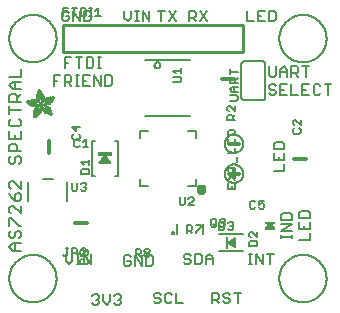
<source format=gbr>
G04 EAGLE Gerber RS-274X export*
G75*
%MOMM*%
%FSLAX34Y34*%
%LPD*%
%INSilkscreen Top*%
%IPPOS*%
%AMOC8*
5,1,8,0,0,1.08239X$1,22.5*%
G01*
%ADD10C,0.152400*%
%ADD11C,0.177800*%
%ADD12C,0.254000*%
%ADD13C,0.406400*%
%ADD14C,0.127000*%
%ADD15C,0.203200*%
%ADD16C,0.304800*%
%ADD17R,1.200000X0.300000*%
%ADD18R,0.200000X1.000000*%
%ADD19R,0.003800X0.034300*%
%ADD20R,0.003800X0.057200*%
%ADD21R,0.003800X0.076200*%
%ADD22R,0.003800X0.091400*%
%ADD23R,0.003800X0.102900*%
%ADD24R,0.003900X0.114300*%
%ADD25R,0.003800X0.129500*%
%ADD26R,0.003800X0.137200*%
%ADD27R,0.003800X0.144800*%
%ADD28R,0.003800X0.152400*%
%ADD29R,0.003800X0.160000*%
%ADD30R,0.003800X0.171500*%
%ADD31R,0.003800X0.175300*%
%ADD32R,0.003800X0.182900*%
%ADD33R,0.003800X0.190500*%
%ADD34R,0.003900X0.194300*%
%ADD35R,0.003800X0.201900*%
%ADD36R,0.003800X0.209500*%
%ADD37R,0.003800X0.213400*%
%ADD38R,0.003800X0.221000*%
%ADD39R,0.003800X0.224800*%
%ADD40R,0.003800X0.232400*%
%ADD41R,0.003800X0.240000*%
%ADD42R,0.003800X0.243800*%
%ADD43R,0.003800X0.247600*%
%ADD44R,0.003900X0.255300*%
%ADD45R,0.003800X0.259100*%
%ADD46R,0.003800X0.262900*%
%ADD47R,0.003800X0.270500*%
%ADD48R,0.003800X0.274300*%
%ADD49R,0.003800X0.281900*%
%ADD50R,0.003800X0.285700*%
%ADD51R,0.003800X0.289500*%
%ADD52R,0.003800X0.297200*%
%ADD53R,0.003800X0.301000*%
%ADD54R,0.003900X0.304800*%
%ADD55R,0.003800X0.312400*%
%ADD56R,0.003800X0.316200*%
%ADD57R,0.003800X0.320000*%
%ADD58R,0.003800X0.327600*%
%ADD59R,0.003800X0.331500*%
%ADD60R,0.003800X0.339100*%
%ADD61R,0.003800X0.342900*%
%ADD62R,0.003800X0.346700*%
%ADD63R,0.003800X0.354300*%
%ADD64R,0.003900X0.358100*%
%ADD65R,0.003800X0.361900*%
%ADD66R,0.003800X0.369600*%
%ADD67R,0.003800X0.373400*%
%ADD68R,0.003800X0.377200*%
%ADD69R,0.003800X0.384800*%
%ADD70R,0.003800X0.388600*%
%ADD71R,0.003800X0.396200*%
%ADD72R,0.003800X0.400000*%
%ADD73R,0.003800X0.403800*%
%ADD74R,0.003900X0.411500*%
%ADD75R,0.003800X0.415300*%
%ADD76R,0.003800X0.419100*%
%ADD77R,0.003800X0.045700*%
%ADD78R,0.003800X0.426700*%
%ADD79R,0.003800X0.072400*%
%ADD80R,0.003800X0.430500*%
%ADD81R,0.003800X0.095300*%
%ADD82R,0.003800X0.438100*%
%ADD83R,0.003800X0.110500*%
%ADD84R,0.003800X0.441900*%
%ADD85R,0.003800X0.445800*%
%ADD86R,0.003800X0.144700*%
%ADD87R,0.003800X0.453400*%
%ADD88R,0.003800X0.457200*%
%ADD89R,0.003900X0.175300*%
%ADD90R,0.003900X0.461000*%
%ADD91R,0.003800X0.468600*%
%ADD92R,0.003800X0.205800*%
%ADD93R,0.003800X0.472400*%
%ADD94R,0.003800X0.217200*%
%ADD95R,0.003800X0.476200*%
%ADD96R,0.003800X0.483900*%
%ADD97R,0.003800X0.247700*%
%ADD98R,0.003800X0.487700*%
%ADD99R,0.003800X0.495300*%
%ADD100R,0.003800X0.499100*%
%ADD101R,0.003800X0.502900*%
%ADD102R,0.003800X0.510500*%
%ADD103R,0.003900X0.308600*%
%ADD104R,0.003900X0.514300*%
%ADD105R,0.003800X0.323800*%
%ADD106R,0.003800X0.518100*%
%ADD107R,0.003800X0.335300*%
%ADD108R,0.003800X0.525800*%
%ADD109R,0.003800X0.529600*%
%ADD110R,0.003800X0.358100*%
%ADD111R,0.003800X0.533400*%
%ADD112R,0.003800X0.537200*%
%ADD113R,0.003800X0.381000*%
%ADD114R,0.003800X0.544800*%
%ADD115R,0.003800X0.392400*%
%ADD116R,0.003800X0.548600*%
%ADD117R,0.003800X0.552400*%
%ADD118R,0.003800X0.556200*%
%ADD119R,0.003900X0.422900*%
%ADD120R,0.003900X0.560100*%
%ADD121R,0.003800X0.434300*%
%ADD122R,0.003800X0.563900*%
%ADD123R,0.003800X0.567700*%
%ADD124R,0.003800X0.461000*%
%ADD125R,0.003800X0.571500*%
%ADD126R,0.003800X0.575300*%
%ADD127R,0.003800X0.480100*%
%ADD128R,0.003800X0.579100*%
%ADD129R,0.003800X0.491500*%
%ADD130R,0.003800X0.582900*%
%ADD131R,0.003800X0.586700*%
%ADD132R,0.003800X0.510600*%
%ADD133R,0.003800X0.590500*%
%ADD134R,0.003800X0.522000*%
%ADD135R,0.003800X0.594300*%
%ADD136R,0.003900X0.533400*%
%ADD137R,0.003900X0.598200*%
%ADD138R,0.003800X0.541000*%
%ADD139R,0.003800X0.602000*%
%ADD140R,0.003800X0.552500*%
%ADD141R,0.003800X0.605800*%
%ADD142R,0.003800X0.560100*%
%ADD143R,0.003800X0.609600*%
%ADD144R,0.003800X0.613400*%
%ADD145R,0.003800X0.583000*%
%ADD146R,0.003800X0.617200*%
%ADD147R,0.003800X0.594400*%
%ADD148R,0.003800X0.621000*%
%ADD149R,0.003800X0.598200*%
%ADD150R,0.003800X0.624800*%
%ADD151R,0.003900X0.613500*%
%ADD152R,0.003900X0.628600*%
%ADD153R,0.003800X0.632400*%
%ADD154R,0.003800X0.628600*%
%ADD155R,0.003800X0.636300*%
%ADD156R,0.003800X0.640100*%
%ADD157R,0.003800X0.636200*%
%ADD158R,0.003800X0.643900*%
%ADD159R,0.003800X0.647700*%
%ADD160R,0.003800X0.651500*%
%ADD161R,0.003800X0.659100*%
%ADD162R,0.003900X0.659100*%
%ADD163R,0.003900X0.655300*%
%ADD164R,0.003800X0.662900*%
%ADD165R,0.003800X0.655300*%
%ADD166R,0.003800X0.670500*%
%ADD167R,0.003800X0.670600*%
%ADD168R,0.003800X0.674400*%
%ADD169R,0.003800X0.682000*%
%ADD170R,0.003800X0.666700*%
%ADD171R,0.003800X0.685800*%
%ADD172R,0.003800X0.689600*%
%ADD173R,0.003900X0.693400*%
%ADD174R,0.003900X0.674400*%
%ADD175R,0.003800X0.697200*%
%ADD176R,0.003800X0.678200*%
%ADD177R,0.003800X0.697300*%
%ADD178R,0.003800X0.701100*%
%ADD179R,0.003800X0.704900*%
%ADD180R,0.003800X0.708700*%
%ADD181R,0.003800X0.712500*%
%ADD182R,0.003800X0.716300*%
%ADD183R,0.003900X0.720100*%
%ADD184R,0.003900X0.689600*%
%ADD185R,0.003800X0.720000*%
%ADD186R,0.003800X0.693400*%
%ADD187R,0.003800X0.723900*%
%ADD188R,0.003800X0.727700*%
%ADD189R,0.003800X0.731500*%
%ADD190R,0.003800X0.701000*%
%ADD191R,0.003800X0.735300*%
%ADD192R,0.003900X0.731500*%
%ADD193R,0.003900X0.701000*%
%ADD194R,0.003800X0.704800*%
%ADD195R,0.003800X0.739100*%
%ADD196R,0.003800X0.743000*%
%ADD197R,0.003800X0.739200*%
%ADD198R,0.003900X0.743000*%
%ADD199R,0.003900X0.704800*%
%ADD200R,0.003800X0.746800*%
%ADD201R,0.003900X0.746800*%
%ADD202R,0.003800X0.742900*%
%ADD203R,0.003800X0.746700*%
%ADD204R,0.003900X0.746700*%
%ADD205R,0.003800X1.428800*%
%ADD206R,0.003800X1.424900*%
%ADD207R,0.003900X1.421100*%
%ADD208R,0.003800X1.421100*%
%ADD209R,0.003800X1.417300*%
%ADD210R,0.003800X1.413500*%
%ADD211R,0.003800X1.409700*%
%ADD212R,0.003800X1.405900*%
%ADD213R,0.003800X1.402100*%
%ADD214R,0.003800X1.398300*%
%ADD215R,0.003900X0.983000*%
%ADD216R,0.003900X0.384800*%
%ADD217R,0.003800X0.971600*%
%ADD218R,0.003800X0.963900*%
%ADD219R,0.003800X0.956300*%
%ADD220R,0.003800X0.365800*%
%ADD221R,0.003800X0.952500*%
%ADD222R,0.003800X0.941000*%
%ADD223R,0.003800X0.358200*%
%ADD224R,0.003800X0.937200*%
%ADD225R,0.003800X0.933400*%
%ADD226R,0.003800X0.354400*%
%ADD227R,0.003800X0.925800*%
%ADD228R,0.003800X0.350500*%
%ADD229R,0.003800X0.922000*%
%ADD230R,0.003900X0.918200*%
%ADD231R,0.003900X0.346700*%
%ADD232R,0.003800X0.910600*%
%ADD233R,0.003800X0.906800*%
%ADD234R,0.003800X0.903000*%
%ADD235R,0.003800X0.339000*%
%ADD236R,0.003800X0.895300*%
%ADD237R,0.003800X0.335200*%
%ADD238R,0.003800X0.887700*%
%ADD239R,0.003800X0.883900*%
%ADD240R,0.003800X0.331400*%
%ADD241R,0.003800X0.880100*%
%ADD242R,0.003800X0.876300*%
%ADD243R,0.003900X0.468600*%
%ADD244R,0.003900X0.396200*%
%ADD245R,0.003900X0.323800*%
%ADD246R,0.003800X0.449600*%
%ADD247R,0.003800X0.323900*%
%ADD248R,0.003800X0.442000*%
%ADD249R,0.003800X0.434400*%
%ADD250R,0.003800X0.320100*%
%ADD251R,0.003800X0.316300*%
%ADD252R,0.003800X0.426800*%
%ADD253R,0.003800X0.327700*%
%ADD254R,0.003800X0.312500*%
%ADD255R,0.003800X0.422900*%
%ADD256R,0.003800X0.308600*%
%ADD257R,0.003800X0.293400*%
%ADD258R,0.003800X0.304800*%
%ADD259R,0.003900X0.419100*%
%ADD260R,0.003900X0.285700*%
%ADD261R,0.003900X0.301000*%
%ADD262R,0.003800X0.411500*%
%ADD263R,0.003800X0.407700*%
%ADD264R,0.003800X0.289600*%
%ADD265R,0.003800X0.285800*%
%ADD266R,0.003800X0.403900*%
%ADD267R,0.003800X0.228600*%
%ADD268R,0.003900X0.403900*%
%ADD269R,0.003900X0.221000*%
%ADD270R,0.003900X0.278100*%
%ADD271R,0.003800X0.400100*%
%ADD272R,0.003800X0.209600*%
%ADD273R,0.003800X0.266700*%
%ADD274R,0.003800X0.038100*%
%ADD275R,0.003800X0.194300*%
%ADD276R,0.003800X0.148600*%
%ADD277R,0.003800X0.259000*%
%ADD278R,0.003800X0.182800*%
%ADD279R,0.003800X0.186700*%
%ADD280R,0.003800X0.251400*%
%ADD281R,0.003800X0.179100*%
%ADD282R,0.003800X0.236200*%
%ADD283R,0.003900X0.243900*%
%ADD284R,0.003900X0.282000*%
%ADD285R,0.003800X0.167700*%
%ADD286R,0.003800X0.236300*%
%ADD287R,0.003800X0.396300*%
%ADD288R,0.003800X0.163900*%
%ADD289R,0.003800X0.392500*%
%ADD290R,0.003800X0.160100*%
%ADD291R,0.003800X0.586800*%
%ADD292R,0.003800X0.148500*%
%ADD293R,0.003800X0.140900*%
%ADD294R,0.003900X0.392400*%
%ADD295R,0.003900X0.140900*%
%ADD296R,0.003900X0.647700*%
%ADD297R,0.003800X0.133300*%
%ADD298R,0.003800X0.674300*%
%ADD299R,0.003800X0.388700*%
%ADD300R,0.003800X0.125700*%
%ADD301R,0.003800X0.121900*%
%ADD302R,0.003800X0.720100*%
%ADD303R,0.003800X0.118100*%
%ADD304R,0.003900X0.118100*%
%ADD305R,0.003900X0.739100*%
%ADD306R,0.003800X0.114300*%
%ADD307R,0.003800X0.754400*%
%ADD308R,0.003800X0.765800*%
%ADD309R,0.003800X0.773400*%
%ADD310R,0.003800X0.784800*%
%ADD311R,0.003800X0.118200*%
%ADD312R,0.003800X0.792500*%
%ADD313R,0.003800X0.803900*%
%ADD314R,0.003800X0.122000*%
%ADD315R,0.003800X0.815400*%
%ADD316R,0.003800X0.125800*%
%ADD317R,0.003800X0.826800*%
%ADD318R,0.003900X0.369500*%
%ADD319R,0.003900X0.133400*%
%ADD320R,0.003900X0.842000*%
%ADD321R,0.003800X0.365700*%
%ADD322R,0.003800X1.009700*%
%ADD323R,0.003800X1.013500*%
%ADD324R,0.003800X0.362000*%
%ADD325R,0.003800X1.024900*%
%ADD326R,0.003800X1.028700*%
%ADD327R,0.003800X1.036300*%
%ADD328R,0.003800X1.047800*%
%ADD329R,0.003800X1.055400*%
%ADD330R,0.003800X1.070600*%
%ADD331R,0.003800X0.030500*%
%ADD332R,0.003800X1.436400*%
%ADD333R,0.003900X1.562100*%
%ADD334R,0.003800X1.588700*%
%ADD335R,0.003800X1.607800*%
%ADD336R,0.003800X1.626900*%
%ADD337R,0.003800X1.642100*%
%ADD338R,0.003800X1.657400*%
%ADD339R,0.003800X1.676400*%
%ADD340R,0.003800X1.687800*%
%ADD341R,0.003800X1.703000*%
%ADD342R,0.003800X1.714500*%
%ADD343R,0.003900X1.726000*%
%ADD344R,0.003800X1.741200*%
%ADD345R,0.003800X0.914400*%
%ADD346R,0.003800X0.769600*%
%ADD347R,0.003800X0.884000*%
%ADD348R,0.003800X0.712400*%
%ADD349R,0.003900X0.880100*%
%ADD350R,0.003800X0.887800*%
%ADD351R,0.003800X0.891600*%
%ADD352R,0.003800X0.895400*%
%ADD353R,0.003800X0.251500*%
%ADD354R,0.003900X0.579200*%
%ADD355R,0.003800X0.243900*%
%ADD356R,0.003800X0.556300*%
%ADD357R,0.003800X0.255200*%
%ADD358R,0.003800X0.529500*%
%ADD359R,0.003800X0.731600*%
%ADD360R,0.003900X0.525800*%
%ADD361R,0.003900X0.281900*%
%ADD362R,0.003900X0.735400*%
%ADD363R,0.003800X0.300900*%
%ADD364R,0.003800X0.762000*%
%ADD365R,0.003800X0.518200*%
%ADD366R,0.003800X0.350600*%
%ADD367R,0.003800X0.796300*%
%ADD368R,0.003800X0.807800*%
%ADD369R,0.003800X0.506700*%
%ADD370R,0.003800X0.849600*%
%ADD371R,0.003900X0.506700*%
%ADD372R,0.003900X1.371600*%
%ADD373R,0.003800X1.207800*%
%ADD374R,0.003800X0.503000*%
%ADD375R,0.003800X0.141000*%
%ADD376R,0.003800X1.203900*%
%ADD377R,0.003800X1.204000*%
%ADD378R,0.003800X1.200200*%
%ADD379R,0.003900X0.499100*%
%ADD380R,0.003900X0.156200*%
%ADD381R,0.003900X1.196400*%
%ADD382R,0.003800X1.196400*%
%ADD383R,0.003800X0.163800*%
%ADD384R,0.003800X0.167600*%
%ADD385R,0.003800X1.192500*%
%ADD386R,0.003800X0.499200*%
%ADD387R,0.003800X1.188700*%
%ADD388R,0.003800X0.506800*%
%ADD389R,0.003800X1.184900*%
%ADD390R,0.003900X0.510600*%
%ADD391R,0.003900X0.209600*%
%ADD392R,0.003900X1.181100*%
%ADD393R,0.003800X0.514400*%
%ADD394R,0.003800X1.181100*%
%ADD395R,0.003800X1.177300*%
%ADD396R,0.003800X0.240100*%
%ADD397R,0.003800X1.173500*%
%ADD398R,0.003800X1.169700*%
%ADD399R,0.003800X1.165900*%
%ADD400R,0.003800X1.162100*%
%ADD401R,0.003900X0.929700*%
%ADD402R,0.003900X1.162100*%
%ADD403R,0.003800X0.929700*%
%ADD404R,0.003800X1.154500*%
%ADD405R,0.003800X0.933500*%
%ADD406R,0.003800X1.150600*%
%ADD407R,0.003800X0.937300*%
%ADD408R,0.003800X1.146800*%
%ADD409R,0.003800X0.941100*%
%ADD410R,0.003800X1.139200*%
%ADD411R,0.003800X0.944900*%
%ADD412R,0.003800X1.135400*%
%ADD413R,0.003800X0.948700*%
%ADD414R,0.003800X1.127800*%
%ADD415R,0.003800X1.124000*%
%ADD416R,0.003800X1.116400*%
%ADD417R,0.003900X0.956300*%
%ADD418R,0.003900X1.104900*%
%ADD419R,0.003800X0.960100*%
%ADD420R,0.003800X1.093500*%
%ADD421R,0.003800X1.085900*%
%ADD422R,0.003800X0.967800*%
%ADD423R,0.003800X1.074500*%
%ADD424R,0.003800X1.063000*%
%ADD425R,0.003800X0.975400*%
%ADD426R,0.003800X1.036400*%
%ADD427R,0.003800X0.979200*%
%ADD428R,0.003800X1.021000*%
%ADD429R,0.003800X0.983000*%
%ADD430R,0.003800X1.009600*%
%ADD431R,0.003800X0.986800*%
%ADD432R,0.003800X0.998200*%
%ADD433R,0.003900X0.990600*%
%ADD434R,0.003900X0.986700*%
%ADD435R,0.003800X0.994400*%
%ADD436R,0.003800X0.975300*%
%ADD437R,0.003800X0.948600*%
%ADD438R,0.003800X1.002000*%
%ADD439R,0.003800X0.213300*%
%ADD440R,0.003800X0.217100*%
%ADD441R,0.003800X1.017300*%
%ADD442R,0.003800X0.666800*%
%ADD443R,0.003800X0.220900*%
%ADD444R,0.003900X1.028700*%
%ADD445R,0.003900X0.224700*%
%ADD446R,0.003800X1.032500*%
%ADD447R,0.003800X1.040100*%
%ADD448R,0.003800X1.043900*%
%ADD449R,0.003800X0.548700*%
%ADD450R,0.003800X1.051500*%
%ADD451R,0.003800X1.055300*%
%ADD452R,0.003800X1.059100*%
%ADD453R,0.003800X1.062900*%
%ADD454R,0.003800X0.255300*%
%ADD455R,0.003900X1.066800*%
%ADD456R,0.003900X0.259100*%
%ADD457R,0.003900X0.457200*%
%ADD458R,0.003800X0.423000*%
%ADD459R,0.003800X1.082100*%
%ADD460R,0.003800X0.274400*%
%ADD461R,0.003800X0.278200*%
%ADD462R,0.003800X1.101100*%
%ADD463R,0.003800X0.278100*%
%ADD464R,0.003900X0.876300*%
%ADD465R,0.003900X0.236200*%
%ADD466R,0.003900X0.289600*%
%ADD467R,0.003900X0.247700*%
%ADD468R,0.003800X0.049500*%
%ADD469R,0.003900X0.640100*%
%ADD470R,0.003800X0.659200*%
%ADD471R,0.003800X0.663000*%
%ADD472R,0.003900X0.872500*%
%ADD473R,0.003900X0.666800*%
%ADD474R,0.003800X0.872500*%
%ADD475R,0.003800X0.868700*%
%ADD476R,0.003800X0.864900*%
%ADD477R,0.003800X0.861100*%
%ADD478R,0.003800X0.857300*%
%ADD479R,0.003800X0.853400*%
%ADD480R,0.003800X0.845800*%
%ADD481R,0.003900X0.682000*%
%ADD482R,0.003800X0.842000*%
%ADD483R,0.003800X0.834400*%
%ADD484R,0.003800X0.823000*%
%ADD485R,0.003800X0.815300*%
%ADD486R,0.003800X0.811500*%
%ADD487R,0.003800X0.788700*%
%ADD488R,0.003900X0.777300*%
%ADD489R,0.003800X0.750600*%
%ADD490R,0.003800X0.735400*%
%ADD491R,0.003800X0.727800*%
%ADD492R,0.003800X0.628700*%
%ADD493R,0.003800X0.575400*%
%ADD494R,0.003900X0.670600*%
%ADD495R,0.003800X0.655400*%
%ADD496R,0.003900X0.651500*%
%ADD497R,0.003900X0.624800*%
%ADD498R,0.003900X0.594400*%
%ADD499R,0.003900X0.563900*%
%ADD500R,0.003800X0.541100*%
%ADD501R,0.003800X0.537300*%
%ADD502R,0.003800X0.525700*%
%ADD503R,0.003900X0.525700*%
%ADD504R,0.003800X0.514300*%
%ADD505R,0.003900X0.480100*%
%ADD506R,0.003800X0.464800*%
%ADD507R,0.003900X0.442000*%
%ADD508R,0.003800X0.438200*%
%ADD509R,0.003800X0.430600*%
%ADD510R,0.003800X0.407600*%
%ADD511R,0.003900X0.403800*%
%ADD512R,0.003900X0.365700*%
%ADD513R,0.003900X0.327700*%
%ADD514R,0.003900X0.243800*%
%ADD515R,0.003900X0.205800*%
%ADD516R,0.003800X0.198100*%
%ADD517R,0.003900X0.163800*%
%ADD518R,0.003800X0.137100*%
%ADD519R,0.003900X0.091500*%
%ADD520R,0.003800X0.060900*%
%ADD521R,0.889000X0.190500*%

G36*
X91197Y122703D02*
X91197Y122703D01*
X91225Y122701D01*
X91318Y122723D01*
X91413Y122739D01*
X91437Y122751D01*
X91464Y122758D01*
X91546Y122809D01*
X91630Y122854D01*
X91649Y122874D01*
X91673Y122888D01*
X91734Y122962D01*
X91800Y123032D01*
X91811Y123057D01*
X91829Y123078D01*
X91863Y123168D01*
X91903Y123255D01*
X91906Y123282D01*
X91916Y123308D01*
X91920Y123404D01*
X91930Y123499D01*
X91924Y123526D01*
X91925Y123554D01*
X91898Y123646D01*
X91878Y123740D01*
X91864Y123764D01*
X91856Y123790D01*
X91767Y123932D01*
X86957Y130012D01*
X86877Y130085D01*
X86801Y130161D01*
X86787Y130168D01*
X86775Y130178D01*
X86676Y130222D01*
X86580Y130269D01*
X86564Y130271D01*
X86550Y130277D01*
X86443Y130287D01*
X86336Y130301D01*
X86321Y130298D01*
X86305Y130299D01*
X86200Y130274D01*
X86095Y130253D01*
X86081Y130246D01*
X86066Y130242D01*
X85975Y130185D01*
X85881Y130132D01*
X85868Y130118D01*
X85857Y130112D01*
X85838Y130089D01*
X85763Y130012D01*
X80953Y123932D01*
X80940Y123908D01*
X80921Y123888D01*
X80880Y123801D01*
X80834Y123717D01*
X80829Y123690D01*
X80817Y123665D01*
X80806Y123570D01*
X80789Y123475D01*
X80793Y123448D01*
X80790Y123421D01*
X80810Y123327D01*
X80824Y123232D01*
X80836Y123207D01*
X80842Y123180D01*
X80891Y123098D01*
X80934Y123012D01*
X80954Y122993D01*
X80968Y122969D01*
X81041Y122907D01*
X81109Y122839D01*
X81134Y122827D01*
X81155Y122809D01*
X81244Y122773D01*
X81330Y122731D01*
X81358Y122728D01*
X81383Y122717D01*
X81550Y122699D01*
X91170Y122699D01*
X91197Y122703D01*
G37*
G36*
X229888Y66552D02*
X229888Y66552D01*
X229905Y66550D01*
X230009Y66571D01*
X230113Y66589D01*
X230128Y66597D01*
X230146Y66601D01*
X230237Y66654D01*
X230330Y66704D01*
X230342Y66716D01*
X230358Y66726D01*
X230427Y66805D01*
X230500Y66882D01*
X230507Y66898D01*
X230519Y66912D01*
X230559Y67009D01*
X230603Y67105D01*
X230605Y67123D01*
X230612Y67139D01*
X230619Y67245D01*
X230630Y67349D01*
X230626Y67367D01*
X230628Y67385D01*
X230600Y67487D01*
X230578Y67590D01*
X230569Y67605D01*
X230564Y67622D01*
X230479Y67767D01*
X226669Y72847D01*
X226666Y72850D01*
X226664Y72854D01*
X226577Y72935D01*
X226492Y73017D01*
X226488Y73019D01*
X226485Y73022D01*
X226376Y73072D01*
X226269Y73122D01*
X226265Y73122D01*
X226261Y73124D01*
X226143Y73137D01*
X226025Y73150D01*
X226021Y73150D01*
X226016Y73150D01*
X225900Y73124D01*
X225784Y73100D01*
X225780Y73097D01*
X225776Y73096D01*
X225674Y73035D01*
X225572Y72975D01*
X225569Y72971D01*
X225566Y72969D01*
X225451Y72847D01*
X221641Y67767D01*
X221633Y67751D01*
X221621Y67738D01*
X221576Y67642D01*
X221527Y67549D01*
X221524Y67531D01*
X221517Y67515D01*
X221505Y67410D01*
X221489Y67306D01*
X221492Y67288D01*
X221490Y67271D01*
X221512Y67168D01*
X221530Y67063D01*
X221538Y67048D01*
X221542Y67030D01*
X221596Y66940D01*
X221646Y66847D01*
X221659Y66834D01*
X221668Y66819D01*
X221748Y66750D01*
X221825Y66678D01*
X221842Y66671D01*
X221855Y66659D01*
X221953Y66620D01*
X222049Y66576D01*
X222067Y66574D01*
X222083Y66567D01*
X222250Y66549D01*
X229870Y66549D01*
X229888Y66552D01*
G37*
G36*
X195085Y52873D02*
X195085Y52873D01*
X195156Y52871D01*
X195225Y52889D01*
X195296Y52898D01*
X195362Y52925D01*
X195431Y52943D01*
X195492Y52980D01*
X195558Y53007D01*
X195614Y53052D01*
X195676Y53089D01*
X195725Y53140D01*
X195780Y53185D01*
X195821Y53244D01*
X195870Y53296D01*
X195903Y53359D01*
X195944Y53417D01*
X195967Y53485D01*
X196000Y53549D01*
X196010Y53608D01*
X196037Y53686D01*
X196043Y53805D01*
X196055Y53880D01*
X196055Y57880D01*
X196045Y57951D01*
X196045Y58023D01*
X196025Y58091D01*
X196015Y58162D01*
X195986Y58227D01*
X195966Y58296D01*
X195928Y58356D01*
X195899Y58421D01*
X195853Y58476D01*
X195815Y58536D01*
X195762Y58584D01*
X195716Y58638D01*
X195656Y58678D01*
X195602Y58725D01*
X195538Y58756D01*
X195479Y58796D01*
X195411Y58817D01*
X195346Y58848D01*
X195276Y58860D01*
X195208Y58881D01*
X195136Y58883D01*
X195066Y58895D01*
X194995Y58887D01*
X194924Y58889D01*
X194854Y58870D01*
X194783Y58862D01*
X194728Y58837D01*
X194649Y58817D01*
X194546Y58756D01*
X194477Y58725D01*
X191477Y56725D01*
X191390Y56648D01*
X191300Y56575D01*
X191285Y56553D01*
X191265Y56535D01*
X191203Y56438D01*
X191136Y56343D01*
X191128Y56317D01*
X191113Y56295D01*
X191081Y56184D01*
X191043Y56074D01*
X191042Y56047D01*
X191035Y56022D01*
X191035Y55906D01*
X191029Y55790D01*
X191035Y55764D01*
X191035Y55737D01*
X191067Y55626D01*
X191093Y55513D01*
X191106Y55490D01*
X191114Y55464D01*
X191176Y55366D01*
X191232Y55265D01*
X191250Y55249D01*
X191265Y55224D01*
X191473Y55039D01*
X191477Y55035D01*
X194477Y53035D01*
X194541Y53004D01*
X194601Y52965D01*
X194669Y52943D01*
X194733Y52912D01*
X194804Y52900D01*
X194872Y52879D01*
X194943Y52877D01*
X195014Y52865D01*
X195085Y52873D01*
G37*
D10*
X55991Y250535D02*
X54551Y251975D01*
X51670Y251975D01*
X50229Y250535D01*
X50229Y244773D01*
X51670Y243332D01*
X54551Y243332D01*
X55991Y244773D01*
X55991Y247654D01*
X53110Y247654D01*
X59584Y251975D02*
X59584Y243332D01*
X65347Y243332D02*
X59584Y251975D01*
X65347Y251975D02*
X65347Y243332D01*
X68940Y243332D02*
X68940Y251975D01*
X68940Y243332D02*
X73261Y243332D01*
X74702Y244773D01*
X74702Y250535D01*
X73261Y251975D01*
X68940Y251975D01*
X102588Y251975D02*
X102588Y246213D01*
X105470Y243332D01*
X108351Y246213D01*
X108351Y251975D01*
X111944Y243332D02*
X114825Y243332D01*
X113384Y243332D02*
X113384Y251975D01*
X111944Y251975D02*
X114825Y251975D01*
X118180Y251975D02*
X118180Y243332D01*
X123943Y243332D02*
X118180Y251975D01*
X123943Y251975D02*
X123943Y243332D01*
X133988Y243332D02*
X133988Y251975D01*
X131107Y251975D02*
X136869Y251975D01*
X140462Y251975D02*
X146224Y243332D01*
X140462Y243332D02*
X146224Y251975D01*
X157777Y251975D02*
X157777Y243332D01*
X157777Y251975D02*
X162099Y251975D01*
X163539Y250535D01*
X163539Y247654D01*
X162099Y246213D01*
X157777Y246213D01*
X160658Y246213D02*
X163539Y243332D01*
X172894Y243332D02*
X167132Y251975D01*
X172894Y251975D02*
X167132Y243332D01*
X52191Y212605D02*
X52191Y203962D01*
X52191Y212605D02*
X57953Y212605D01*
X55072Y208284D02*
X52191Y208284D01*
X64427Y203962D02*
X64427Y212605D01*
X61546Y212605D02*
X67308Y212605D01*
X70901Y212605D02*
X70901Y203962D01*
X75223Y203962D01*
X76663Y205403D01*
X76663Y211165D01*
X75223Y212605D01*
X70901Y212605D01*
X80256Y203962D02*
X83138Y203962D01*
X81697Y203962D02*
X81697Y212605D01*
X80256Y212605D02*
X83138Y212605D01*
X42836Y197365D02*
X42836Y188722D01*
X42836Y197365D02*
X48598Y197365D01*
X45717Y193044D02*
X42836Y193044D01*
X52191Y197365D02*
X52191Y188722D01*
X52191Y197365D02*
X56513Y197365D01*
X57953Y195925D01*
X57953Y193044D01*
X56513Y191603D01*
X52191Y191603D01*
X55072Y191603D02*
X57953Y188722D01*
X61546Y188722D02*
X64427Y188722D01*
X62987Y188722D02*
X62987Y197365D01*
X64427Y197365D02*
X61546Y197365D01*
X67783Y197365D02*
X73545Y197365D01*
X67783Y197365D02*
X67783Y188722D01*
X73545Y188722D01*
X70664Y193044D02*
X67783Y193044D01*
X77138Y197365D02*
X77138Y188722D01*
X82900Y188722D02*
X77138Y197365D01*
X82900Y197365D02*
X82900Y188722D01*
X86493Y188722D02*
X86493Y197365D01*
X86493Y188722D02*
X90815Y188722D01*
X92255Y190163D01*
X92255Y195925D01*
X90815Y197365D01*
X86493Y197365D01*
X53058Y46235D02*
X53058Y40473D01*
X55940Y37592D01*
X58821Y40473D01*
X58821Y46235D01*
X62414Y37592D02*
X65295Y37592D01*
X63854Y37592D02*
X63854Y46235D01*
X62414Y46235D02*
X65295Y46235D01*
X68650Y46235D02*
X68650Y37592D01*
X74413Y37592D02*
X68650Y46235D01*
X74413Y46235D02*
X74413Y37592D01*
X77070Y11945D02*
X75629Y10505D01*
X77070Y11945D02*
X79951Y11945D01*
X81391Y10505D01*
X81391Y9064D01*
X79951Y7624D01*
X78510Y7624D01*
X79951Y7624D02*
X81391Y6183D01*
X81391Y4743D01*
X79951Y3302D01*
X77070Y3302D01*
X75629Y4743D01*
X84984Y6183D02*
X84984Y11945D01*
X84984Y6183D02*
X87866Y3302D01*
X90747Y6183D01*
X90747Y11945D01*
X94340Y10505D02*
X95780Y11945D01*
X98661Y11945D01*
X100102Y10505D01*
X100102Y9064D01*
X98661Y7624D01*
X97221Y7624D01*
X98661Y7624D02*
X100102Y6183D01*
X100102Y4743D01*
X98661Y3302D01*
X95780Y3302D01*
X94340Y4743D01*
X108061Y43525D02*
X106621Y44965D01*
X103740Y44965D01*
X102299Y43525D01*
X102299Y37763D01*
X103740Y36322D01*
X106621Y36322D01*
X108061Y37763D01*
X108061Y40644D01*
X105180Y40644D01*
X111654Y44965D02*
X111654Y36322D01*
X117417Y36322D02*
X111654Y44965D01*
X117417Y44965D02*
X117417Y36322D01*
X121010Y36322D02*
X121010Y44965D01*
X121010Y36322D02*
X125331Y36322D01*
X126772Y37763D01*
X126772Y43525D01*
X125331Y44965D01*
X121010Y44965D01*
X132021Y13215D02*
X133461Y11775D01*
X132021Y13215D02*
X129140Y13215D01*
X127699Y11775D01*
X127699Y10334D01*
X129140Y8894D01*
X132021Y8894D01*
X133461Y7453D01*
X133461Y6013D01*
X132021Y4572D01*
X129140Y4572D01*
X127699Y6013D01*
X141376Y13215D02*
X142817Y11775D01*
X141376Y13215D02*
X138495Y13215D01*
X137054Y11775D01*
X137054Y6013D01*
X138495Y4572D01*
X141376Y4572D01*
X142817Y6013D01*
X146410Y4572D02*
X146410Y13215D01*
X146410Y4572D02*
X152172Y4572D01*
X158861Y44795D02*
X157421Y46235D01*
X154540Y46235D01*
X153099Y44795D01*
X153099Y43354D01*
X154540Y41914D01*
X157421Y41914D01*
X158861Y40473D01*
X158861Y39033D01*
X157421Y37592D01*
X154540Y37592D01*
X153099Y39033D01*
X162454Y37592D02*
X162454Y46235D01*
X162454Y37592D02*
X166776Y37592D01*
X168217Y39033D01*
X168217Y44795D01*
X166776Y46235D01*
X162454Y46235D01*
X171810Y43354D02*
X171810Y37592D01*
X171810Y43354D02*
X174691Y46235D01*
X177572Y43354D01*
X177572Y37592D01*
X177572Y41914D02*
X171810Y41914D01*
X177229Y13215D02*
X177229Y4572D01*
X177229Y13215D02*
X181551Y13215D01*
X182991Y11775D01*
X182991Y8894D01*
X181551Y7453D01*
X177229Y7453D01*
X180110Y7453D02*
X182991Y4572D01*
X190906Y13215D02*
X192347Y11775D01*
X190906Y13215D02*
X188025Y13215D01*
X186584Y11775D01*
X186584Y10334D01*
X188025Y8894D01*
X190906Y8894D01*
X192347Y7453D01*
X192347Y6013D01*
X190906Y4572D01*
X188025Y4572D01*
X186584Y6013D01*
X198821Y4572D02*
X198821Y13215D01*
X195940Y13215D02*
X201702Y13215D01*
X207998Y37592D02*
X210880Y37592D01*
X209439Y37592D02*
X209439Y46235D01*
X207998Y46235D02*
X210880Y46235D01*
X214235Y46235D02*
X214235Y37592D01*
X219997Y37592D02*
X214235Y46235D01*
X219997Y46235D02*
X219997Y37592D01*
X226472Y37592D02*
X226472Y46235D01*
X229353Y46235D02*
X223590Y46235D01*
D11*
X14986Y48955D02*
X8546Y48955D01*
X5326Y52175D01*
X8546Y55395D01*
X14986Y55395D01*
X10156Y55395D02*
X10156Y48955D01*
X5326Y64309D02*
X6936Y65919D01*
X5326Y64309D02*
X5326Y61089D01*
X6936Y59479D01*
X8546Y59479D01*
X10156Y61089D01*
X10156Y64309D01*
X11766Y65919D01*
X13376Y65919D01*
X14986Y64309D01*
X14986Y61089D01*
X13376Y59479D01*
X5326Y70004D02*
X5326Y76444D01*
X6936Y76444D01*
X13376Y70004D01*
X14986Y70004D01*
X14986Y80528D02*
X14986Y86968D01*
X14986Y80528D02*
X8546Y86968D01*
X6936Y86968D01*
X5326Y85358D01*
X5326Y82138D01*
X6936Y80528D01*
X6936Y94273D02*
X5326Y97493D01*
X6936Y94273D02*
X10156Y91053D01*
X13376Y91053D01*
X14986Y92663D01*
X14986Y95883D01*
X13376Y97493D01*
X11766Y97493D01*
X10156Y95883D01*
X10156Y91053D01*
X14986Y101578D02*
X14986Y108018D01*
X14986Y101578D02*
X8546Y108018D01*
X6936Y108018D01*
X5326Y106408D01*
X5326Y103188D01*
X6936Y101578D01*
X5326Y127457D02*
X6936Y129067D01*
X5326Y127457D02*
X5326Y124237D01*
X6936Y122627D01*
X8546Y122627D01*
X10156Y124237D01*
X10156Y127457D01*
X11766Y129067D01*
X13376Y129067D01*
X14986Y127457D01*
X14986Y124237D01*
X13376Y122627D01*
X14986Y133151D02*
X5326Y133151D01*
X5326Y137981D01*
X6936Y139591D01*
X10156Y139591D01*
X11766Y137981D01*
X11766Y133151D01*
X5326Y143676D02*
X5326Y150116D01*
X5326Y143676D02*
X14986Y143676D01*
X14986Y150116D01*
X10156Y146896D02*
X10156Y143676D01*
X5326Y159031D02*
X6936Y160641D01*
X5326Y159031D02*
X5326Y155811D01*
X6936Y154200D01*
X13376Y154200D01*
X14986Y155811D01*
X14986Y159031D01*
X13376Y160641D01*
X14986Y167945D02*
X5326Y167945D01*
X5326Y164725D02*
X5326Y171165D01*
X5326Y175250D02*
X14986Y175250D01*
X5326Y175250D02*
X5326Y180080D01*
X6936Y181690D01*
X10156Y181690D01*
X11766Y180080D01*
X11766Y175250D01*
X11766Y178470D02*
X14986Y181690D01*
X14986Y185774D02*
X8546Y185774D01*
X5326Y188994D01*
X8546Y192214D01*
X14986Y192214D01*
X10156Y192214D02*
X10156Y185774D01*
X5326Y196299D02*
X14986Y196299D01*
X14986Y202739D01*
D10*
X206439Y243332D02*
X206439Y251975D01*
X206439Y243332D02*
X212201Y243332D01*
X215794Y251975D02*
X221557Y251975D01*
X215794Y251975D02*
X215794Y243332D01*
X221557Y243332D01*
X218676Y247654D02*
X215794Y247654D01*
X225150Y251975D02*
X225150Y243332D01*
X229471Y243332D01*
X230912Y244773D01*
X230912Y250535D01*
X229471Y251975D01*
X225150Y251975D01*
D12*
X50800Y240030D02*
X50800Y217170D01*
X203200Y217170D01*
X203200Y240030D01*
X50800Y240030D01*
D10*
X244348Y62290D02*
X244348Y59408D01*
X244348Y60849D02*
X235705Y60849D01*
X235705Y59408D02*
X235705Y62290D01*
X235705Y65645D02*
X244348Y65645D01*
X244348Y71407D02*
X235705Y65645D01*
X235705Y71407D02*
X244348Y71407D01*
X244348Y75000D02*
X235705Y75000D01*
X244348Y75000D02*
X244348Y79322D01*
X242907Y80763D01*
X237145Y80763D01*
X235705Y79322D01*
X235705Y75000D01*
X250945Y57849D02*
X259588Y57849D01*
X259588Y63611D01*
X250945Y67204D02*
X250945Y72967D01*
X250945Y67204D02*
X259588Y67204D01*
X259588Y72967D01*
X255266Y70086D02*
X255266Y67204D01*
X250945Y76560D02*
X259588Y76560D01*
X259588Y80881D01*
X258147Y82322D01*
X252385Y82322D01*
X250945Y80881D01*
X250945Y76560D01*
X237998Y116269D02*
X229355Y116269D01*
X237998Y116269D02*
X237998Y122031D01*
X229355Y125624D02*
X229355Y131387D01*
X229355Y125624D02*
X237998Y125624D01*
X237998Y131387D01*
X233676Y128506D02*
X233676Y125624D01*
X229355Y134980D02*
X237998Y134980D01*
X237998Y139301D01*
X236557Y140742D01*
X230795Y140742D01*
X229355Y139301D01*
X229355Y134980D01*
X225552Y197783D02*
X225552Y204985D01*
X225552Y197783D02*
X226993Y196342D01*
X229874Y196342D01*
X231314Y197783D01*
X231314Y204985D01*
X234907Y202104D02*
X234907Y196342D01*
X234907Y202104D02*
X237788Y204985D01*
X240669Y202104D01*
X240669Y196342D01*
X240669Y200664D02*
X234907Y200664D01*
X244262Y204985D02*
X244262Y196342D01*
X244262Y204985D02*
X248584Y204985D01*
X250025Y203545D01*
X250025Y200664D01*
X248584Y199223D01*
X244262Y199223D01*
X247144Y199223D02*
X250025Y196342D01*
X256499Y196342D02*
X256499Y204985D01*
X253618Y204985D02*
X259380Y204985D01*
X231314Y188305D02*
X229874Y189745D01*
X226993Y189745D01*
X225552Y188305D01*
X225552Y186864D01*
X226993Y185424D01*
X229874Y185424D01*
X231314Y183983D01*
X231314Y182543D01*
X229874Y181102D01*
X226993Y181102D01*
X225552Y182543D01*
X234907Y189745D02*
X240669Y189745D01*
X234907Y189745D02*
X234907Y181102D01*
X240669Y181102D01*
X237788Y185424D02*
X234907Y185424D01*
X244262Y189745D02*
X244262Y181102D01*
X250025Y181102D01*
X253618Y189745D02*
X259380Y189745D01*
X253618Y189745D02*
X253618Y181102D01*
X259380Y181102D01*
X256499Y185424D02*
X253618Y185424D01*
X267294Y189745D02*
X268735Y188305D01*
X267294Y189745D02*
X264413Y189745D01*
X262973Y188305D01*
X262973Y182543D01*
X264413Y181102D01*
X267294Y181102D01*
X268735Y182543D01*
X275209Y181102D02*
X275209Y189745D01*
X272328Y189745D02*
X278090Y189745D01*
D13*
X165700Y101000D02*
X165702Y101089D01*
X165708Y101178D01*
X165718Y101267D01*
X165732Y101355D01*
X165749Y101442D01*
X165771Y101528D01*
X165797Y101614D01*
X165826Y101698D01*
X165859Y101781D01*
X165895Y101862D01*
X165936Y101942D01*
X165979Y102019D01*
X166026Y102095D01*
X166077Y102168D01*
X166130Y102239D01*
X166187Y102308D01*
X166247Y102374D01*
X166310Y102438D01*
X166375Y102498D01*
X166443Y102556D01*
X166514Y102610D01*
X166587Y102661D01*
X166662Y102709D01*
X166739Y102754D01*
X166818Y102795D01*
X166899Y102832D01*
X166981Y102866D01*
X167065Y102897D01*
X167150Y102923D01*
X167236Y102946D01*
X167323Y102964D01*
X167411Y102979D01*
X167500Y102990D01*
X167589Y102997D01*
X167678Y103000D01*
X167767Y102999D01*
X167856Y102994D01*
X167944Y102985D01*
X168033Y102972D01*
X168120Y102955D01*
X168207Y102935D01*
X168293Y102910D01*
X168377Y102882D01*
X168460Y102850D01*
X168542Y102814D01*
X168622Y102775D01*
X168700Y102732D01*
X168776Y102686D01*
X168850Y102636D01*
X168922Y102583D01*
X168991Y102527D01*
X169058Y102468D01*
X169122Y102406D01*
X169183Y102342D01*
X169242Y102274D01*
X169297Y102204D01*
X169349Y102132D01*
X169398Y102057D01*
X169443Y101981D01*
X169485Y101902D01*
X169523Y101822D01*
X169558Y101740D01*
X169589Y101656D01*
X169617Y101571D01*
X169640Y101485D01*
X169660Y101398D01*
X169676Y101311D01*
X169688Y101222D01*
X169696Y101134D01*
X169700Y101045D01*
X169700Y100955D01*
X169696Y100866D01*
X169688Y100778D01*
X169676Y100689D01*
X169660Y100602D01*
X169640Y100515D01*
X169617Y100429D01*
X169589Y100344D01*
X169558Y100260D01*
X169523Y100178D01*
X169485Y100098D01*
X169443Y100019D01*
X169398Y99943D01*
X169349Y99868D01*
X169297Y99796D01*
X169242Y99726D01*
X169183Y99658D01*
X169122Y99594D01*
X169058Y99532D01*
X168991Y99473D01*
X168922Y99417D01*
X168850Y99364D01*
X168776Y99314D01*
X168700Y99268D01*
X168622Y99225D01*
X168542Y99186D01*
X168460Y99150D01*
X168377Y99118D01*
X168293Y99090D01*
X168207Y99065D01*
X168120Y99045D01*
X168033Y99028D01*
X167944Y99015D01*
X167856Y99006D01*
X167767Y99001D01*
X167678Y99000D01*
X167589Y99003D01*
X167500Y99010D01*
X167411Y99021D01*
X167323Y99036D01*
X167236Y99054D01*
X167150Y99077D01*
X167065Y99103D01*
X166981Y99134D01*
X166899Y99168D01*
X166818Y99205D01*
X166739Y99246D01*
X166662Y99291D01*
X166587Y99339D01*
X166514Y99390D01*
X166443Y99444D01*
X166375Y99502D01*
X166310Y99562D01*
X166247Y99626D01*
X166187Y99692D01*
X166130Y99761D01*
X166077Y99832D01*
X166026Y99905D01*
X165979Y99981D01*
X165936Y100058D01*
X165895Y100138D01*
X165859Y100219D01*
X165826Y100302D01*
X165797Y100386D01*
X165771Y100472D01*
X165749Y100558D01*
X165732Y100645D01*
X165718Y100733D01*
X165708Y100822D01*
X165702Y100911D01*
X165700Y101000D01*
D14*
X163700Y104000D02*
X163700Y110000D01*
X163700Y104000D02*
X156700Y104000D01*
X122700Y104000D02*
X115700Y104000D01*
X115700Y110000D01*
X163700Y144000D02*
X163700Y150000D01*
X156700Y150000D01*
X122700Y150000D02*
X115700Y150000D01*
X115700Y144000D01*
D10*
X149494Y94244D02*
X149494Y88736D01*
X150595Y87634D01*
X152799Y87634D01*
X153900Y88736D01*
X153900Y94244D01*
X156978Y87634D02*
X161384Y87634D01*
X156978Y87634D02*
X161384Y92040D01*
X161384Y93142D01*
X160283Y94244D01*
X158079Y94244D01*
X156978Y93142D01*
D15*
X234000Y25400D02*
X234006Y25891D01*
X234024Y26381D01*
X234054Y26871D01*
X234096Y27360D01*
X234150Y27848D01*
X234216Y28335D01*
X234294Y28819D01*
X234384Y29302D01*
X234486Y29782D01*
X234599Y30260D01*
X234724Y30734D01*
X234861Y31206D01*
X235009Y31674D01*
X235169Y32138D01*
X235340Y32598D01*
X235522Y33054D01*
X235716Y33505D01*
X235920Y33951D01*
X236136Y34392D01*
X236362Y34828D01*
X236598Y35258D01*
X236845Y35682D01*
X237103Y36100D01*
X237371Y36511D01*
X237648Y36916D01*
X237936Y37314D01*
X238233Y37705D01*
X238540Y38088D01*
X238856Y38463D01*
X239181Y38831D01*
X239515Y39191D01*
X239858Y39542D01*
X240209Y39885D01*
X240569Y40219D01*
X240937Y40544D01*
X241312Y40860D01*
X241695Y41167D01*
X242086Y41464D01*
X242484Y41752D01*
X242889Y42029D01*
X243300Y42297D01*
X243718Y42555D01*
X244142Y42802D01*
X244572Y43038D01*
X245008Y43264D01*
X245449Y43480D01*
X245895Y43684D01*
X246346Y43878D01*
X246802Y44060D01*
X247262Y44231D01*
X247726Y44391D01*
X248194Y44539D01*
X248666Y44676D01*
X249140Y44801D01*
X249618Y44914D01*
X250098Y45016D01*
X250581Y45106D01*
X251065Y45184D01*
X251552Y45250D01*
X252040Y45304D01*
X252529Y45346D01*
X253019Y45376D01*
X253509Y45394D01*
X254000Y45400D01*
X254491Y45394D01*
X254981Y45376D01*
X255471Y45346D01*
X255960Y45304D01*
X256448Y45250D01*
X256935Y45184D01*
X257419Y45106D01*
X257902Y45016D01*
X258382Y44914D01*
X258860Y44801D01*
X259334Y44676D01*
X259806Y44539D01*
X260274Y44391D01*
X260738Y44231D01*
X261198Y44060D01*
X261654Y43878D01*
X262105Y43684D01*
X262551Y43480D01*
X262992Y43264D01*
X263428Y43038D01*
X263858Y42802D01*
X264282Y42555D01*
X264700Y42297D01*
X265111Y42029D01*
X265516Y41752D01*
X265914Y41464D01*
X266305Y41167D01*
X266688Y40860D01*
X267063Y40544D01*
X267431Y40219D01*
X267791Y39885D01*
X268142Y39542D01*
X268485Y39191D01*
X268819Y38831D01*
X269144Y38463D01*
X269460Y38088D01*
X269767Y37705D01*
X270064Y37314D01*
X270352Y36916D01*
X270629Y36511D01*
X270897Y36100D01*
X271155Y35682D01*
X271402Y35258D01*
X271638Y34828D01*
X271864Y34392D01*
X272080Y33951D01*
X272284Y33505D01*
X272478Y33054D01*
X272660Y32598D01*
X272831Y32138D01*
X272991Y31674D01*
X273139Y31206D01*
X273276Y30734D01*
X273401Y30260D01*
X273514Y29782D01*
X273616Y29302D01*
X273706Y28819D01*
X273784Y28335D01*
X273850Y27848D01*
X273904Y27360D01*
X273946Y26871D01*
X273976Y26381D01*
X273994Y25891D01*
X274000Y25400D01*
X273994Y24909D01*
X273976Y24419D01*
X273946Y23929D01*
X273904Y23440D01*
X273850Y22952D01*
X273784Y22465D01*
X273706Y21981D01*
X273616Y21498D01*
X273514Y21018D01*
X273401Y20540D01*
X273276Y20066D01*
X273139Y19594D01*
X272991Y19126D01*
X272831Y18662D01*
X272660Y18202D01*
X272478Y17746D01*
X272284Y17295D01*
X272080Y16849D01*
X271864Y16408D01*
X271638Y15972D01*
X271402Y15542D01*
X271155Y15118D01*
X270897Y14700D01*
X270629Y14289D01*
X270352Y13884D01*
X270064Y13486D01*
X269767Y13095D01*
X269460Y12712D01*
X269144Y12337D01*
X268819Y11969D01*
X268485Y11609D01*
X268142Y11258D01*
X267791Y10915D01*
X267431Y10581D01*
X267063Y10256D01*
X266688Y9940D01*
X266305Y9633D01*
X265914Y9336D01*
X265516Y9048D01*
X265111Y8771D01*
X264700Y8503D01*
X264282Y8245D01*
X263858Y7998D01*
X263428Y7762D01*
X262992Y7536D01*
X262551Y7320D01*
X262105Y7116D01*
X261654Y6922D01*
X261198Y6740D01*
X260738Y6569D01*
X260274Y6409D01*
X259806Y6261D01*
X259334Y6124D01*
X258860Y5999D01*
X258382Y5886D01*
X257902Y5784D01*
X257419Y5694D01*
X256935Y5616D01*
X256448Y5550D01*
X255960Y5496D01*
X255471Y5454D01*
X254981Y5424D01*
X254491Y5406D01*
X254000Y5400D01*
X253509Y5406D01*
X253019Y5424D01*
X252529Y5454D01*
X252040Y5496D01*
X251552Y5550D01*
X251065Y5616D01*
X250581Y5694D01*
X250098Y5784D01*
X249618Y5886D01*
X249140Y5999D01*
X248666Y6124D01*
X248194Y6261D01*
X247726Y6409D01*
X247262Y6569D01*
X246802Y6740D01*
X246346Y6922D01*
X245895Y7116D01*
X245449Y7320D01*
X245008Y7536D01*
X244572Y7762D01*
X244142Y7998D01*
X243718Y8245D01*
X243300Y8503D01*
X242889Y8771D01*
X242484Y9048D01*
X242086Y9336D01*
X241695Y9633D01*
X241312Y9940D01*
X240937Y10256D01*
X240569Y10581D01*
X240209Y10915D01*
X239858Y11258D01*
X239515Y11609D01*
X239181Y11969D01*
X238856Y12337D01*
X238540Y12712D01*
X238233Y13095D01*
X237936Y13486D01*
X237648Y13884D01*
X237371Y14289D01*
X237103Y14700D01*
X236845Y15118D01*
X236598Y15542D01*
X236362Y15972D01*
X236136Y16408D01*
X235920Y16849D01*
X235716Y17295D01*
X235522Y17746D01*
X235340Y18202D01*
X235169Y18662D01*
X235009Y19126D01*
X234861Y19594D01*
X234724Y20066D01*
X234599Y20540D01*
X234486Y21018D01*
X234384Y21498D01*
X234294Y21981D01*
X234216Y22465D01*
X234150Y22952D01*
X234096Y23440D01*
X234054Y23929D01*
X234024Y24419D01*
X234006Y24909D01*
X234000Y25400D01*
X5400Y25400D02*
X5406Y25891D01*
X5424Y26381D01*
X5454Y26871D01*
X5496Y27360D01*
X5550Y27848D01*
X5616Y28335D01*
X5694Y28819D01*
X5784Y29302D01*
X5886Y29782D01*
X5999Y30260D01*
X6124Y30734D01*
X6261Y31206D01*
X6409Y31674D01*
X6569Y32138D01*
X6740Y32598D01*
X6922Y33054D01*
X7116Y33505D01*
X7320Y33951D01*
X7536Y34392D01*
X7762Y34828D01*
X7998Y35258D01*
X8245Y35682D01*
X8503Y36100D01*
X8771Y36511D01*
X9048Y36916D01*
X9336Y37314D01*
X9633Y37705D01*
X9940Y38088D01*
X10256Y38463D01*
X10581Y38831D01*
X10915Y39191D01*
X11258Y39542D01*
X11609Y39885D01*
X11969Y40219D01*
X12337Y40544D01*
X12712Y40860D01*
X13095Y41167D01*
X13486Y41464D01*
X13884Y41752D01*
X14289Y42029D01*
X14700Y42297D01*
X15118Y42555D01*
X15542Y42802D01*
X15972Y43038D01*
X16408Y43264D01*
X16849Y43480D01*
X17295Y43684D01*
X17746Y43878D01*
X18202Y44060D01*
X18662Y44231D01*
X19126Y44391D01*
X19594Y44539D01*
X20066Y44676D01*
X20540Y44801D01*
X21018Y44914D01*
X21498Y45016D01*
X21981Y45106D01*
X22465Y45184D01*
X22952Y45250D01*
X23440Y45304D01*
X23929Y45346D01*
X24419Y45376D01*
X24909Y45394D01*
X25400Y45400D01*
X25891Y45394D01*
X26381Y45376D01*
X26871Y45346D01*
X27360Y45304D01*
X27848Y45250D01*
X28335Y45184D01*
X28819Y45106D01*
X29302Y45016D01*
X29782Y44914D01*
X30260Y44801D01*
X30734Y44676D01*
X31206Y44539D01*
X31674Y44391D01*
X32138Y44231D01*
X32598Y44060D01*
X33054Y43878D01*
X33505Y43684D01*
X33951Y43480D01*
X34392Y43264D01*
X34828Y43038D01*
X35258Y42802D01*
X35682Y42555D01*
X36100Y42297D01*
X36511Y42029D01*
X36916Y41752D01*
X37314Y41464D01*
X37705Y41167D01*
X38088Y40860D01*
X38463Y40544D01*
X38831Y40219D01*
X39191Y39885D01*
X39542Y39542D01*
X39885Y39191D01*
X40219Y38831D01*
X40544Y38463D01*
X40860Y38088D01*
X41167Y37705D01*
X41464Y37314D01*
X41752Y36916D01*
X42029Y36511D01*
X42297Y36100D01*
X42555Y35682D01*
X42802Y35258D01*
X43038Y34828D01*
X43264Y34392D01*
X43480Y33951D01*
X43684Y33505D01*
X43878Y33054D01*
X44060Y32598D01*
X44231Y32138D01*
X44391Y31674D01*
X44539Y31206D01*
X44676Y30734D01*
X44801Y30260D01*
X44914Y29782D01*
X45016Y29302D01*
X45106Y28819D01*
X45184Y28335D01*
X45250Y27848D01*
X45304Y27360D01*
X45346Y26871D01*
X45376Y26381D01*
X45394Y25891D01*
X45400Y25400D01*
X45394Y24909D01*
X45376Y24419D01*
X45346Y23929D01*
X45304Y23440D01*
X45250Y22952D01*
X45184Y22465D01*
X45106Y21981D01*
X45016Y21498D01*
X44914Y21018D01*
X44801Y20540D01*
X44676Y20066D01*
X44539Y19594D01*
X44391Y19126D01*
X44231Y18662D01*
X44060Y18202D01*
X43878Y17746D01*
X43684Y17295D01*
X43480Y16849D01*
X43264Y16408D01*
X43038Y15972D01*
X42802Y15542D01*
X42555Y15118D01*
X42297Y14700D01*
X42029Y14289D01*
X41752Y13884D01*
X41464Y13486D01*
X41167Y13095D01*
X40860Y12712D01*
X40544Y12337D01*
X40219Y11969D01*
X39885Y11609D01*
X39542Y11258D01*
X39191Y10915D01*
X38831Y10581D01*
X38463Y10256D01*
X38088Y9940D01*
X37705Y9633D01*
X37314Y9336D01*
X36916Y9048D01*
X36511Y8771D01*
X36100Y8503D01*
X35682Y8245D01*
X35258Y7998D01*
X34828Y7762D01*
X34392Y7536D01*
X33951Y7320D01*
X33505Y7116D01*
X33054Y6922D01*
X32598Y6740D01*
X32138Y6569D01*
X31674Y6409D01*
X31206Y6261D01*
X30734Y6124D01*
X30260Y5999D01*
X29782Y5886D01*
X29302Y5784D01*
X28819Y5694D01*
X28335Y5616D01*
X27848Y5550D01*
X27360Y5496D01*
X26871Y5454D01*
X26381Y5424D01*
X25891Y5406D01*
X25400Y5400D01*
X24909Y5406D01*
X24419Y5424D01*
X23929Y5454D01*
X23440Y5496D01*
X22952Y5550D01*
X22465Y5616D01*
X21981Y5694D01*
X21498Y5784D01*
X21018Y5886D01*
X20540Y5999D01*
X20066Y6124D01*
X19594Y6261D01*
X19126Y6409D01*
X18662Y6569D01*
X18202Y6740D01*
X17746Y6922D01*
X17295Y7116D01*
X16849Y7320D01*
X16408Y7536D01*
X15972Y7762D01*
X15542Y7998D01*
X15118Y8245D01*
X14700Y8503D01*
X14289Y8771D01*
X13884Y9048D01*
X13486Y9336D01*
X13095Y9633D01*
X12712Y9940D01*
X12337Y10256D01*
X11969Y10581D01*
X11609Y10915D01*
X11258Y11258D01*
X10915Y11609D01*
X10581Y11969D01*
X10256Y12337D01*
X9940Y12712D01*
X9633Y13095D01*
X9336Y13486D01*
X9048Y13884D01*
X8771Y14289D01*
X8503Y14700D01*
X8245Y15118D01*
X7998Y15542D01*
X7762Y15972D01*
X7536Y16408D01*
X7320Y16849D01*
X7116Y17295D01*
X6922Y17746D01*
X6740Y18202D01*
X6569Y18662D01*
X6409Y19126D01*
X6261Y19594D01*
X6124Y20066D01*
X5999Y20540D01*
X5886Y21018D01*
X5784Y21498D01*
X5694Y21981D01*
X5616Y22465D01*
X5550Y22952D01*
X5496Y23440D01*
X5454Y23929D01*
X5424Y24419D01*
X5406Y24909D01*
X5400Y25400D01*
X120700Y210690D02*
X158700Y210690D01*
X158700Y162690D02*
X120700Y162690D01*
X128270Y205994D02*
X128272Y206094D01*
X128278Y206195D01*
X128288Y206294D01*
X128302Y206394D01*
X128319Y206493D01*
X128341Y206591D01*
X128367Y206688D01*
X128396Y206784D01*
X128429Y206878D01*
X128466Y206972D01*
X128506Y207064D01*
X128550Y207154D01*
X128598Y207242D01*
X128649Y207329D01*
X128703Y207413D01*
X128761Y207495D01*
X128822Y207575D01*
X128886Y207652D01*
X128953Y207727D01*
X129023Y207799D01*
X129096Y207868D01*
X129171Y207934D01*
X129249Y207998D01*
X129329Y208058D01*
X129412Y208115D01*
X129497Y208168D01*
X129584Y208218D01*
X129673Y208265D01*
X129763Y208308D01*
X129855Y208348D01*
X129949Y208384D01*
X130044Y208416D01*
X130140Y208444D01*
X130238Y208469D01*
X130336Y208489D01*
X130435Y208506D01*
X130535Y208519D01*
X130634Y208528D01*
X130735Y208533D01*
X130835Y208534D01*
X130935Y208531D01*
X131036Y208524D01*
X131135Y208513D01*
X131235Y208498D01*
X131333Y208480D01*
X131431Y208457D01*
X131528Y208430D01*
X131623Y208400D01*
X131718Y208366D01*
X131811Y208328D01*
X131902Y208287D01*
X131992Y208242D01*
X132080Y208194D01*
X132166Y208142D01*
X132250Y208087D01*
X132331Y208028D01*
X132410Y207966D01*
X132487Y207902D01*
X132561Y207834D01*
X132632Y207763D01*
X132701Y207690D01*
X132766Y207614D01*
X132829Y207535D01*
X132888Y207454D01*
X132944Y207371D01*
X132997Y207286D01*
X133046Y207198D01*
X133092Y207109D01*
X133134Y207018D01*
X133173Y206925D01*
X133208Y206831D01*
X133239Y206736D01*
X133267Y206639D01*
X133290Y206542D01*
X133310Y206443D01*
X133326Y206344D01*
X133338Y206245D01*
X133346Y206144D01*
X133350Y206044D01*
X133350Y205944D01*
X133346Y205844D01*
X133338Y205743D01*
X133326Y205644D01*
X133310Y205545D01*
X133290Y205446D01*
X133267Y205349D01*
X133239Y205252D01*
X133208Y205157D01*
X133173Y205063D01*
X133134Y204970D01*
X133092Y204879D01*
X133046Y204790D01*
X132997Y204702D01*
X132944Y204617D01*
X132888Y204534D01*
X132829Y204453D01*
X132766Y204374D01*
X132701Y204298D01*
X132632Y204225D01*
X132561Y204154D01*
X132487Y204086D01*
X132410Y204022D01*
X132331Y203960D01*
X132250Y203901D01*
X132166Y203846D01*
X132080Y203794D01*
X131992Y203746D01*
X131902Y203701D01*
X131811Y203660D01*
X131718Y203622D01*
X131623Y203588D01*
X131528Y203558D01*
X131431Y203531D01*
X131333Y203508D01*
X131235Y203490D01*
X131135Y203475D01*
X131036Y203464D01*
X130935Y203457D01*
X130835Y203454D01*
X130735Y203455D01*
X130634Y203460D01*
X130535Y203469D01*
X130435Y203482D01*
X130336Y203499D01*
X130238Y203519D01*
X130140Y203544D01*
X130044Y203572D01*
X129949Y203604D01*
X129855Y203640D01*
X129763Y203680D01*
X129673Y203723D01*
X129584Y203770D01*
X129497Y203820D01*
X129412Y203873D01*
X129329Y203930D01*
X129249Y203990D01*
X129171Y204054D01*
X129096Y204120D01*
X129023Y204189D01*
X128953Y204261D01*
X128886Y204336D01*
X128822Y204413D01*
X128761Y204493D01*
X128703Y204575D01*
X128649Y204659D01*
X128598Y204746D01*
X128550Y204834D01*
X128506Y204924D01*
X128466Y205016D01*
X128429Y205110D01*
X128396Y205204D01*
X128367Y205300D01*
X128341Y205397D01*
X128319Y205495D01*
X128302Y205594D01*
X128288Y205694D01*
X128278Y205793D01*
X128272Y205894D01*
X128270Y205994D01*
D10*
X144266Y191534D02*
X149774Y191534D01*
X150876Y192635D01*
X150876Y194839D01*
X149774Y195940D01*
X144266Y195940D01*
X146470Y199018D02*
X144266Y201221D01*
X150876Y201221D01*
X150876Y199018D02*
X150876Y203424D01*
D16*
X39370Y142240D02*
X39370Y132080D01*
D10*
X63757Y143262D02*
X64858Y142160D01*
X63757Y143262D02*
X61554Y143262D01*
X60452Y142160D01*
X60452Y137754D01*
X61554Y136652D01*
X63757Y136652D01*
X64858Y137754D01*
X67936Y141058D02*
X70139Y143262D01*
X70139Y136652D01*
X67936Y136652D02*
X72343Y136652D01*
D16*
X246380Y127000D02*
X256540Y127000D01*
D10*
X245358Y151387D02*
X246460Y152488D01*
X245358Y151387D02*
X245358Y149184D01*
X246460Y148082D01*
X250866Y148082D01*
X251968Y149184D01*
X251968Y151387D01*
X250866Y152488D01*
X251968Y155566D02*
X251968Y159973D01*
X247562Y159973D02*
X251968Y155566D01*
X247562Y159973D02*
X246460Y159973D01*
X245358Y158871D01*
X245358Y156668D01*
X246460Y155566D01*
D14*
X77860Y112500D02*
X75360Y112500D01*
X75360Y141500D01*
X77360Y141500D01*
X77860Y141500D01*
X94860Y112500D02*
X97360Y112500D01*
X97360Y141500D01*
X94860Y141500D01*
D17*
X86360Y130500D03*
D10*
X73098Y114012D02*
X66488Y114012D01*
X73098Y114012D02*
X73098Y117317D01*
X71996Y118418D01*
X67590Y118418D01*
X66488Y117317D01*
X66488Y114012D01*
X68692Y121496D02*
X66488Y123699D01*
X73098Y123699D01*
X73098Y121496D02*
X73098Y125903D01*
D16*
X185420Y194310D02*
X195580Y194310D01*
D10*
X196596Y159784D02*
X189986Y159784D01*
X189986Y163089D01*
X191088Y164190D01*
X193291Y164190D01*
X194393Y163089D01*
X194393Y159784D01*
X194393Y161987D02*
X196596Y164190D01*
X196596Y167268D02*
X196596Y171674D01*
X196596Y167268D02*
X192190Y171674D01*
X191088Y171674D01*
X189986Y170573D01*
X189986Y168369D01*
X191088Y167268D01*
D15*
X222250Y179070D02*
X222250Y207010D01*
X204470Y209550D02*
X204370Y209548D01*
X204271Y209542D01*
X204171Y209532D01*
X204073Y209519D01*
X203974Y209501D01*
X203877Y209480D01*
X203781Y209455D01*
X203685Y209426D01*
X203591Y209393D01*
X203498Y209357D01*
X203407Y209317D01*
X203317Y209273D01*
X203229Y209226D01*
X203143Y209176D01*
X203059Y209122D01*
X202977Y209065D01*
X202898Y209005D01*
X202820Y208941D01*
X202746Y208875D01*
X202674Y208806D01*
X202605Y208734D01*
X202539Y208660D01*
X202475Y208582D01*
X202415Y208503D01*
X202358Y208421D01*
X202304Y208337D01*
X202254Y208251D01*
X202207Y208163D01*
X202163Y208073D01*
X202123Y207982D01*
X202087Y207889D01*
X202054Y207795D01*
X202025Y207699D01*
X202000Y207603D01*
X201979Y207506D01*
X201961Y207407D01*
X201948Y207309D01*
X201938Y207209D01*
X201932Y207110D01*
X201930Y207010D01*
X201930Y179070D02*
X201932Y178970D01*
X201938Y178871D01*
X201948Y178771D01*
X201961Y178673D01*
X201979Y178574D01*
X202000Y178477D01*
X202025Y178381D01*
X202054Y178285D01*
X202087Y178191D01*
X202123Y178098D01*
X202163Y178007D01*
X202207Y177917D01*
X202254Y177829D01*
X202304Y177743D01*
X202358Y177659D01*
X202415Y177577D01*
X202475Y177498D01*
X202539Y177420D01*
X202605Y177346D01*
X202674Y177274D01*
X202746Y177205D01*
X202820Y177139D01*
X202898Y177075D01*
X202977Y177015D01*
X203059Y176958D01*
X203143Y176904D01*
X203229Y176854D01*
X203317Y176807D01*
X203407Y176763D01*
X203498Y176723D01*
X203591Y176687D01*
X203685Y176654D01*
X203781Y176625D01*
X203877Y176600D01*
X203974Y176579D01*
X204073Y176561D01*
X204171Y176548D01*
X204271Y176538D01*
X204370Y176532D01*
X204470Y176530D01*
X219710Y176530D02*
X219810Y176532D01*
X219909Y176538D01*
X220009Y176548D01*
X220107Y176561D01*
X220206Y176579D01*
X220303Y176600D01*
X220399Y176625D01*
X220495Y176654D01*
X220589Y176687D01*
X220682Y176723D01*
X220773Y176763D01*
X220863Y176807D01*
X220951Y176854D01*
X221037Y176904D01*
X221121Y176958D01*
X221203Y177015D01*
X221282Y177075D01*
X221360Y177139D01*
X221434Y177205D01*
X221506Y177274D01*
X221575Y177346D01*
X221641Y177420D01*
X221705Y177498D01*
X221765Y177577D01*
X221822Y177659D01*
X221876Y177743D01*
X221926Y177829D01*
X221973Y177917D01*
X222017Y178007D01*
X222057Y178098D01*
X222093Y178191D01*
X222126Y178285D01*
X222155Y178381D01*
X222180Y178477D01*
X222201Y178574D01*
X222219Y178673D01*
X222232Y178771D01*
X222242Y178871D01*
X222248Y178970D01*
X222250Y179070D01*
X222250Y207010D02*
X222248Y207110D01*
X222242Y207209D01*
X222232Y207309D01*
X222219Y207407D01*
X222201Y207506D01*
X222180Y207603D01*
X222155Y207699D01*
X222126Y207795D01*
X222093Y207889D01*
X222057Y207982D01*
X222017Y208073D01*
X221973Y208163D01*
X221926Y208251D01*
X221876Y208337D01*
X221822Y208421D01*
X221765Y208503D01*
X221705Y208582D01*
X221641Y208660D01*
X221575Y208734D01*
X221506Y208806D01*
X221434Y208875D01*
X221360Y208941D01*
X221282Y209005D01*
X221203Y209065D01*
X221121Y209122D01*
X221037Y209176D01*
X220951Y209226D01*
X220863Y209273D01*
X220773Y209317D01*
X220682Y209357D01*
X220589Y209393D01*
X220495Y209426D01*
X220399Y209455D01*
X220303Y209480D01*
X220206Y209501D01*
X220107Y209519D01*
X220009Y209532D01*
X219909Y209542D01*
X219810Y209548D01*
X219710Y209550D01*
X204470Y209550D01*
X204470Y176530D02*
X219710Y176530D01*
X201930Y179070D02*
X201930Y207010D01*
D10*
X197526Y176022D02*
X192018Y176022D01*
X197526Y176022D02*
X198628Y177124D01*
X198628Y179327D01*
X197526Y180428D01*
X192018Y180428D01*
X194222Y183506D02*
X198628Y183506D01*
X194222Y183506D02*
X192018Y185709D01*
X194222Y187913D01*
X198628Y187913D01*
X195323Y187913D02*
X195323Y183506D01*
X198628Y190990D02*
X192018Y190990D01*
X192018Y194295D01*
X193120Y195397D01*
X195323Y195397D01*
X196425Y194295D01*
X196425Y190990D01*
X196425Y193194D02*
X198628Y195397D01*
X198628Y200678D02*
X192018Y200678D01*
X192018Y202881D02*
X192018Y198474D01*
D15*
X21600Y107060D02*
X21600Y91060D01*
X54600Y91060D02*
X54600Y107060D01*
X42100Y109560D02*
X34100Y109560D01*
D10*
X58642Y106432D02*
X58642Y100924D01*
X59744Y99822D01*
X61947Y99822D01*
X63048Y100924D01*
X63048Y106432D01*
X66126Y105330D02*
X67228Y106432D01*
X69431Y106432D01*
X70533Y105330D01*
X70533Y104228D01*
X69431Y103127D01*
X68329Y103127D01*
X69431Y103127D02*
X70533Y102025D01*
X70533Y100924D01*
X69431Y99822D01*
X67228Y99822D01*
X66126Y100924D01*
D16*
X71120Y72390D02*
X60960Y72390D01*
D10*
X66628Y42270D02*
X65526Y41169D01*
X65526Y38965D01*
X66628Y37864D01*
X71034Y37864D01*
X72136Y38965D01*
X72136Y41169D01*
X71034Y42270D01*
X66628Y45348D02*
X65526Y46449D01*
X65526Y48653D01*
X66628Y49754D01*
X67730Y49754D01*
X68831Y48653D01*
X68831Y47551D01*
X68831Y48653D02*
X69933Y49754D01*
X71034Y49754D01*
X72136Y48653D01*
X72136Y46449D01*
X71034Y45348D01*
D15*
X183040Y62880D02*
X203040Y62880D01*
X203040Y48880D02*
X183040Y48880D01*
X190540Y55880D02*
X196540Y59880D01*
X196540Y51880D01*
X190540Y55880D01*
D18*
X189540Y55880D03*
D10*
X182802Y66642D02*
X182802Y73252D01*
X182802Y66642D02*
X186107Y66642D01*
X187208Y67744D01*
X187208Y72150D01*
X186107Y73252D01*
X182802Y73252D01*
X190286Y72150D02*
X191388Y73252D01*
X193591Y73252D01*
X194693Y72150D01*
X194693Y71048D01*
X193591Y69947D01*
X192489Y69947D01*
X193591Y69947D02*
X194693Y68845D01*
X194693Y67744D01*
X193591Y66642D01*
X191388Y66642D01*
X190286Y67744D01*
X155974Y70364D02*
X155974Y63754D01*
X155974Y70364D02*
X159279Y70364D01*
X160380Y69262D01*
X160380Y67059D01*
X159279Y65957D01*
X155974Y65957D01*
X158177Y65957D02*
X160380Y63754D01*
X163458Y70364D02*
X167864Y70364D01*
X167864Y69262D01*
X163458Y64856D01*
X163458Y63754D01*
X51902Y44450D02*
X50800Y45552D01*
X51902Y44450D02*
X53003Y44450D01*
X54105Y45552D01*
X54105Y51060D01*
X55206Y51060D02*
X53003Y51060D01*
X58284Y51060D02*
X58284Y44450D01*
X58284Y51060D02*
X61589Y51060D01*
X62691Y49958D01*
X62691Y47755D01*
X61589Y46653D01*
X58284Y46653D01*
X65768Y44450D02*
X70175Y44450D01*
X70175Y48856D02*
X65768Y44450D01*
X70175Y48856D02*
X70175Y49958D01*
X69073Y51060D01*
X66870Y51060D01*
X65768Y49958D01*
D19*
X44450Y178359D03*
D20*
X44412Y178359D03*
D21*
X44374Y178340D03*
D22*
X44336Y178340D03*
D23*
X44298Y178359D03*
D24*
X44260Y178340D03*
D25*
X44221Y178340D03*
D26*
X44183Y178340D03*
D27*
X44145Y178340D03*
D28*
X44107Y178302D03*
D29*
X44069Y178302D03*
D30*
X44031Y178283D03*
D31*
X43993Y178264D03*
D32*
X43955Y178264D03*
D33*
X43917Y178226D03*
D34*
X43879Y178207D03*
D35*
X43840Y178207D03*
D36*
X43802Y178169D03*
D37*
X43764Y178149D03*
D38*
X43726Y178111D03*
D39*
X43688Y178092D03*
D40*
X43650Y178092D03*
D41*
X43612Y178054D03*
D42*
X43574Y178035D03*
D43*
X43536Y178016D03*
D44*
X43498Y177978D03*
D45*
X43459Y177959D03*
D46*
X43421Y177940D03*
D47*
X43383Y177902D03*
D48*
X43345Y177883D03*
D49*
X43307Y177845D03*
D50*
X43269Y177826D03*
D51*
X43231Y177807D03*
D52*
X43193Y177768D03*
D53*
X43155Y177749D03*
D54*
X43117Y177730D03*
D55*
X43078Y177692D03*
D56*
X43040Y177673D03*
D57*
X43002Y177654D03*
D58*
X42964Y177616D03*
D59*
X42926Y177597D03*
D60*
X42888Y177559D03*
D61*
X42850Y177540D03*
D62*
X42812Y177521D03*
D63*
X42774Y177483D03*
D64*
X42736Y177464D03*
D65*
X42697Y177445D03*
D66*
X42659Y177406D03*
D67*
X42621Y177387D03*
D68*
X42583Y177368D03*
D69*
X42545Y177330D03*
D70*
X42507Y177311D03*
D71*
X42469Y177273D03*
D72*
X42431Y177254D03*
D73*
X42393Y177235D03*
D74*
X42355Y177197D03*
D75*
X42316Y177178D03*
D76*
X42278Y177159D03*
D77*
X42240Y164396D03*
D78*
X42240Y177121D03*
D79*
X42202Y164414D03*
D80*
X42202Y177102D03*
D81*
X42164Y164453D03*
D82*
X42164Y177064D03*
D83*
X42126Y164491D03*
D84*
X42126Y177045D03*
D25*
X42088Y164510D03*
D85*
X42088Y177025D03*
D86*
X42050Y164548D03*
D87*
X42050Y176987D03*
D29*
X42012Y164586D03*
D88*
X42012Y176968D03*
D89*
X41974Y164624D03*
D90*
X41974Y176949D03*
D33*
X41935Y164662D03*
D91*
X41935Y176911D03*
D92*
X41897Y164700D03*
D93*
X41897Y176892D03*
D94*
X41859Y164757D03*
D95*
X41859Y176873D03*
D40*
X41821Y164795D03*
D96*
X41821Y176835D03*
D97*
X41783Y164834D03*
D98*
X41783Y176816D03*
D45*
X41745Y164891D03*
D99*
X41745Y176778D03*
D48*
X41707Y164929D03*
D100*
X41707Y176759D03*
D50*
X41669Y164986D03*
D101*
X41669Y176740D03*
D52*
X41631Y165043D03*
D102*
X41631Y176702D03*
D103*
X41593Y165100D03*
D104*
X41593Y176683D03*
D105*
X41554Y165138D03*
D106*
X41554Y176664D03*
D107*
X41516Y165196D03*
D108*
X41516Y176625D03*
D62*
X41478Y165253D03*
D109*
X41478Y176606D03*
D110*
X41440Y165310D03*
D111*
X41440Y176587D03*
D66*
X41402Y165367D03*
D112*
X41402Y176568D03*
D113*
X41364Y165424D03*
D114*
X41364Y176530D03*
D115*
X41326Y165481D03*
D116*
X41326Y176511D03*
D73*
X41288Y165538D03*
D117*
X41288Y176492D03*
D75*
X41250Y165596D03*
D118*
X41250Y176473D03*
D119*
X41212Y165672D03*
D120*
X41212Y176454D03*
D121*
X41173Y165729D03*
D122*
X41173Y176435D03*
D85*
X41135Y165786D03*
D123*
X41135Y176416D03*
D124*
X41097Y165862D03*
D125*
X41097Y176397D03*
D93*
X41059Y165919D03*
D126*
X41059Y176378D03*
D127*
X41021Y165996D03*
D128*
X41021Y176359D03*
D129*
X40983Y166053D03*
D130*
X40983Y176340D03*
D101*
X40945Y166110D03*
D131*
X40945Y176321D03*
D132*
X40907Y166186D03*
D133*
X40907Y176302D03*
D134*
X40869Y166243D03*
D135*
X40869Y176283D03*
D136*
X40831Y166300D03*
D137*
X40831Y176263D03*
D138*
X40792Y166376D03*
D139*
X40792Y176244D03*
D140*
X40754Y166434D03*
D141*
X40754Y176225D03*
D142*
X40716Y166472D03*
D141*
X40716Y176225D03*
D125*
X40678Y166529D03*
D143*
X40678Y176206D03*
D126*
X40640Y166586D03*
D144*
X40640Y176187D03*
D145*
X40602Y166624D03*
D146*
X40602Y176168D03*
D147*
X40564Y166681D03*
D148*
X40564Y176149D03*
D149*
X40526Y166738D03*
D148*
X40526Y176149D03*
D141*
X40488Y166776D03*
D150*
X40488Y176130D03*
D151*
X40450Y166815D03*
D152*
X40450Y176111D03*
D144*
X40411Y166853D03*
D153*
X40411Y176092D03*
D148*
X40373Y166891D03*
D153*
X40373Y176092D03*
D154*
X40335Y166929D03*
D155*
X40335Y176073D03*
D153*
X40297Y166986D03*
D156*
X40297Y176054D03*
D157*
X40259Y167005D03*
D158*
X40259Y176035D03*
X40221Y167044D03*
X40221Y176035D03*
D159*
X40183Y167101D03*
X40183Y176016D03*
D160*
X40145Y167120D03*
X40145Y175997D03*
D161*
X40107Y167158D03*
D160*
X40107Y175997D03*
D162*
X40069Y167196D03*
D163*
X40069Y175978D03*
D164*
X40030Y167215D03*
D165*
X40030Y175978D03*
D166*
X39992Y167253D03*
D161*
X39992Y175959D03*
D167*
X39954Y167291D03*
D164*
X39954Y175940D03*
D168*
X39916Y167310D03*
D164*
X39916Y175940D03*
D169*
X39878Y167348D03*
D170*
X39878Y175921D03*
D169*
X39840Y167386D03*
D170*
X39840Y175921D03*
D171*
X39802Y167405D03*
D166*
X39802Y175902D03*
D172*
X39764Y167424D03*
D166*
X39764Y175902D03*
D172*
X39726Y167462D03*
D168*
X39726Y175882D03*
D173*
X39688Y167481D03*
D174*
X39688Y175882D03*
D175*
X39649Y167500D03*
D176*
X39649Y175863D03*
D177*
X39611Y167539D03*
D176*
X39611Y175863D03*
D178*
X39573Y167558D03*
D176*
X39573Y175863D03*
D179*
X39535Y167577D03*
D169*
X39535Y175844D03*
D179*
X39497Y167615D03*
D169*
X39497Y175844D03*
D180*
X39459Y167634D03*
D171*
X39459Y175825D03*
D181*
X39421Y167653D03*
D171*
X39421Y175825D03*
D181*
X39383Y167691D03*
D171*
X39383Y175825D03*
D182*
X39345Y167710D03*
D172*
X39345Y175806D03*
D183*
X39307Y167729D03*
D184*
X39307Y175806D03*
D185*
X39268Y167767D03*
D186*
X39268Y175787D03*
D187*
X39230Y167787D03*
D186*
X39230Y175787D03*
D187*
X39192Y167787D03*
D186*
X39192Y175787D03*
D187*
X39154Y167825D03*
D186*
X39154Y175787D03*
D188*
X39116Y167844D03*
D175*
X39116Y175768D03*
D189*
X39078Y167863D03*
D175*
X39078Y175768D03*
D188*
X39040Y167882D03*
D175*
X39040Y175768D03*
D189*
X39002Y167901D03*
D190*
X39002Y175749D03*
D191*
X38964Y167920D03*
D190*
X38964Y175749D03*
D192*
X38926Y167939D03*
D193*
X38926Y175749D03*
D191*
X38887Y167958D03*
D190*
X38887Y175749D03*
D191*
X38849Y167958D03*
D194*
X38849Y175730D03*
D191*
X38811Y167996D03*
D190*
X38811Y175711D03*
D195*
X38773Y168015D03*
D190*
X38773Y175711D03*
D195*
X38735Y168015D03*
D190*
X38735Y175711D03*
D195*
X38697Y168053D03*
D190*
X38697Y175711D03*
D195*
X38659Y168053D03*
D190*
X38659Y175711D03*
D196*
X38621Y168072D03*
D194*
X38621Y175692D03*
D197*
X38583Y168091D03*
D194*
X38583Y175692D03*
D198*
X38545Y168110D03*
D199*
X38545Y175692D03*
D196*
X38506Y168110D03*
D194*
X38506Y175692D03*
D196*
X38468Y168148D03*
D194*
X38468Y175692D03*
D196*
X38430Y168148D03*
D194*
X38430Y175692D03*
D196*
X38392Y168148D03*
D194*
X38392Y175692D03*
D196*
X38354Y168186D03*
D190*
X38354Y175673D03*
D196*
X38316Y168186D03*
D190*
X38316Y175673D03*
D200*
X38278Y168205D03*
D190*
X38278Y175673D03*
D196*
X38240Y168224D03*
D190*
X38240Y175673D03*
D196*
X38202Y168224D03*
D190*
X38202Y175673D03*
D201*
X38164Y168243D03*
D193*
X38164Y175673D03*
D202*
X38125Y168263D03*
D190*
X38125Y175673D03*
D202*
X38087Y168263D03*
D175*
X38087Y175654D03*
D203*
X38049Y168282D03*
D175*
X38049Y175654D03*
D202*
X38011Y168301D03*
D175*
X38011Y175654D03*
D202*
X37973Y168301D03*
D175*
X37973Y175654D03*
D202*
X37935Y168301D03*
D175*
X37935Y175654D03*
D203*
X37897Y168320D03*
D186*
X37897Y175635D03*
D202*
X37859Y168339D03*
D186*
X37859Y175635D03*
D202*
X37821Y168339D03*
D186*
X37821Y175635D03*
D204*
X37783Y168358D03*
D173*
X37783Y175635D03*
D202*
X37744Y168377D03*
D172*
X37744Y175616D03*
D202*
X37706Y168377D03*
D172*
X37706Y175616D03*
D203*
X37668Y168396D03*
D172*
X37668Y175616D03*
D202*
X37630Y168415D03*
D172*
X37630Y175616D03*
D202*
X37592Y168415D03*
D171*
X37592Y175597D03*
D202*
X37554Y168415D03*
D171*
X37554Y175597D03*
D205*
X37516Y171882D03*
X37478Y171882D03*
D206*
X37440Y171863D03*
D207*
X37402Y171882D03*
D208*
X37363Y171882D03*
D209*
X37325Y171863D03*
D210*
X37287Y171882D03*
X37249Y171882D03*
D211*
X37211Y171863D03*
D212*
X37173Y171882D03*
X37135Y171882D03*
D213*
X37097Y171863D03*
D214*
X37059Y171882D03*
D215*
X37021Y169805D03*
D216*
X37021Y176911D03*
D217*
X36982Y169748D03*
D68*
X36982Y176949D03*
D218*
X36944Y169749D03*
D67*
X36944Y176968D03*
D219*
X36906Y169711D03*
D220*
X36906Y176968D03*
D221*
X36868Y169692D03*
D220*
X36868Y176968D03*
D222*
X36830Y169672D03*
D223*
X36830Y176968D03*
D224*
X36792Y169653D03*
D223*
X36792Y176968D03*
D225*
X36754Y169634D03*
D226*
X36754Y176949D03*
D227*
X36716Y169634D03*
D228*
X36716Y176969D03*
D229*
X36678Y169615D03*
D62*
X36678Y176950D03*
D230*
X36640Y169596D03*
D231*
X36640Y176950D03*
D232*
X36601Y169596D03*
D61*
X36601Y176931D03*
D233*
X36563Y169577D03*
D61*
X36563Y176931D03*
D234*
X36525Y169558D03*
D235*
X36525Y176911D03*
D236*
X36487Y169558D03*
D235*
X36487Y176911D03*
D236*
X36449Y169558D03*
D237*
X36449Y176892D03*
D238*
X36411Y169558D03*
D237*
X36411Y176892D03*
D239*
X36373Y169539D03*
D240*
X36373Y176873D03*
D241*
X36335Y169520D03*
D58*
X36335Y176854D03*
D242*
X36297Y169539D03*
D58*
X36297Y176854D03*
D243*
X36259Y167500D03*
D244*
X36259Y171901D03*
D245*
X36259Y176835D03*
D246*
X36220Y167443D03*
D66*
X36220Y171996D03*
D247*
X36220Y176797D03*
D248*
X36182Y167405D03*
D110*
X36182Y172054D03*
D247*
X36182Y176797D03*
D249*
X36144Y167405D03*
D62*
X36144Y172073D03*
D250*
X36144Y176778D03*
D249*
X36106Y167405D03*
D107*
X36106Y172092D03*
D251*
X36106Y176759D03*
D252*
X36068Y167405D03*
D253*
X36068Y172130D03*
D254*
X36068Y176740D03*
D252*
X36030Y167405D03*
D251*
X36030Y172149D03*
D254*
X36030Y176740D03*
D255*
X35992Y167425D03*
D256*
X35992Y172187D03*
D254*
X35992Y176702D03*
D255*
X35954Y167425D03*
D53*
X35954Y172187D03*
D256*
X35954Y176682D03*
D76*
X35916Y167444D03*
D257*
X35916Y172225D03*
D258*
X35916Y176663D03*
D259*
X35878Y167444D03*
D260*
X35878Y172225D03*
D261*
X35878Y176644D03*
D75*
X35839Y167463D03*
D48*
X35839Y172244D03*
D53*
X35839Y176606D03*
D75*
X35801Y167463D03*
D47*
X35801Y172263D03*
D52*
X35801Y176587D03*
D262*
X35763Y167482D03*
D46*
X35763Y172263D03*
D257*
X35763Y176568D03*
D262*
X35725Y167482D03*
D45*
X35725Y172282D03*
D257*
X35725Y176530D03*
D263*
X35687Y167501D03*
D43*
X35687Y172301D03*
D264*
X35687Y176511D03*
D263*
X35649Y167539D03*
D42*
X35649Y172320D03*
D265*
X35649Y176492D03*
D263*
X35611Y167539D03*
D41*
X35611Y172339D03*
D265*
X35611Y176454D03*
D266*
X35573Y167558D03*
D40*
X35573Y172339D03*
D49*
X35573Y176435D03*
D263*
X35535Y167577D03*
D267*
X35535Y172358D03*
D49*
X35535Y176397D03*
D268*
X35497Y167596D03*
D269*
X35497Y172358D03*
D270*
X35497Y176378D03*
D271*
X35458Y167615D03*
D94*
X35458Y172377D03*
D47*
X35458Y176340D03*
D266*
X35420Y167634D03*
D272*
X35420Y172377D03*
D47*
X35420Y176302D03*
D271*
X35382Y167653D03*
D92*
X35382Y172396D03*
D273*
X35382Y176283D03*
D274*
X35382Y178759D03*
D72*
X35344Y167691D03*
D35*
X35344Y172416D03*
D46*
X35344Y176226D03*
D83*
X35344Y178778D03*
D72*
X35306Y167691D03*
D275*
X35306Y172416D03*
D45*
X35306Y176207D03*
D276*
X35306Y178778D03*
D72*
X35268Y167729D03*
D33*
X35268Y172435D03*
D277*
X35268Y176168D03*
D278*
X35268Y178797D03*
D71*
X35230Y167748D03*
D279*
X35230Y172454D03*
D280*
X35230Y176130D03*
D37*
X35230Y178797D03*
D71*
X35192Y167786D03*
D281*
X35192Y172454D03*
D280*
X35192Y176092D03*
D282*
X35192Y178797D03*
D72*
X35154Y167805D03*
D281*
X35154Y172454D03*
D42*
X35154Y176054D03*
D277*
X35154Y178797D03*
D244*
X35116Y167824D03*
D89*
X35116Y172473D03*
D283*
X35116Y176016D03*
D284*
X35116Y178797D03*
D71*
X35077Y167862D03*
D285*
X35077Y172473D03*
D286*
X35077Y175978D03*
D53*
X35077Y178816D03*
D287*
X35039Y167901D03*
D288*
X35039Y172492D03*
D286*
X35039Y175940D03*
D57*
X35039Y178797D03*
D289*
X35001Y167920D03*
D290*
X35001Y172511D03*
D267*
X35001Y175901D03*
D61*
X35001Y178797D03*
D287*
X34963Y167939D03*
D290*
X34963Y172511D03*
D291*
X34963Y177654D03*
D287*
X34925Y167977D03*
D28*
X34925Y172510D03*
D149*
X34925Y177673D03*
D289*
X34887Y167996D03*
D292*
X34887Y172530D03*
D141*
X34887Y177711D03*
D115*
X34849Y168034D03*
D292*
X34849Y172530D03*
D148*
X34849Y177749D03*
D115*
X34811Y168072D03*
D86*
X34811Y172549D03*
D150*
X34811Y177768D03*
D115*
X34773Y168110D03*
D293*
X34773Y172568D03*
D155*
X34773Y177788D03*
D294*
X34735Y168148D03*
D295*
X34735Y172568D03*
D296*
X34735Y177807D03*
D70*
X34696Y168167D03*
D297*
X34696Y172568D03*
D165*
X34696Y177845D03*
D70*
X34658Y168205D03*
D297*
X34658Y172568D03*
D170*
X34658Y177864D03*
D70*
X34620Y168243D03*
D25*
X34620Y172587D03*
D298*
X34620Y177864D03*
D70*
X34582Y168281D03*
D25*
X34582Y172587D03*
D171*
X34582Y177883D03*
D299*
X34544Y168320D03*
D300*
X34544Y172606D03*
D186*
X34544Y177921D03*
D299*
X34506Y168358D03*
D300*
X34506Y172606D03*
D178*
X34506Y177921D03*
D70*
X34468Y168396D03*
D301*
X34468Y172625D03*
D181*
X34468Y177940D03*
D69*
X34430Y168453D03*
D301*
X34430Y172625D03*
D302*
X34430Y177940D03*
D69*
X34392Y168491D03*
D303*
X34392Y172644D03*
D188*
X34392Y177940D03*
D216*
X34354Y168529D03*
D304*
X34354Y172644D03*
D305*
X34354Y177959D03*
D69*
X34315Y168567D03*
D306*
X34315Y172663D03*
D200*
X34315Y177959D03*
D113*
X34277Y168624D03*
D303*
X34277Y172682D03*
D307*
X34277Y177959D03*
D113*
X34239Y168662D03*
D303*
X34239Y172682D03*
D308*
X34239Y177978D03*
D113*
X34201Y168739D03*
D303*
X34201Y172682D03*
D309*
X34201Y177978D03*
D113*
X34163Y168777D03*
D306*
X34163Y172701D03*
D310*
X34163Y177997D03*
D68*
X34125Y168834D03*
D311*
X34125Y172720D03*
D312*
X34125Y177997D03*
D67*
X34087Y168891D03*
D311*
X34087Y172720D03*
D313*
X34087Y177978D03*
D67*
X34049Y168967D03*
D314*
X34049Y172739D03*
D315*
X34049Y177997D03*
D67*
X34011Y169005D03*
D316*
X34011Y172758D03*
D317*
X34011Y177978D03*
D318*
X33973Y169101D03*
D319*
X33973Y172796D03*
D320*
X33973Y177978D03*
D321*
X33934Y169158D03*
D322*
X33934Y177178D03*
D220*
X33896Y169234D03*
D323*
X33896Y177197D03*
D324*
X33858Y169329D03*
D325*
X33858Y177216D03*
D110*
X33820Y169425D03*
D326*
X33820Y177235D03*
D63*
X33782Y169520D03*
D327*
X33782Y177235D03*
D228*
X33744Y169615D03*
D328*
X33744Y177254D03*
D62*
X33706Y169749D03*
D329*
X33706Y177254D03*
D62*
X33668Y169863D03*
D330*
X33668Y177254D03*
D331*
X33630Y167634D03*
D332*
X33630Y175463D03*
D333*
X33592Y174873D03*
D334*
X33553Y174816D03*
D335*
X33515Y174758D03*
D336*
X33477Y174740D03*
D337*
X33439Y174702D03*
D338*
X33401Y174663D03*
D339*
X33363Y174644D03*
D340*
X33325Y174625D03*
D341*
X33287Y174625D03*
D342*
X33249Y174606D03*
D343*
X33211Y174587D03*
D344*
X33172Y174587D03*
D345*
X33134Y170377D03*
D346*
X33134Y179483D03*
D236*
X33096Y170206D03*
D196*
X33096Y179654D03*
D239*
X33058Y170111D03*
D189*
X33058Y179788D03*
D347*
X33020Y170034D03*
D302*
X33020Y179883D03*
D239*
X32982Y169958D03*
D348*
X32982Y179997D03*
D241*
X32944Y169901D03*
D179*
X32944Y180074D03*
D241*
X32906Y169825D03*
D177*
X32906Y180150D03*
D241*
X32868Y169787D03*
D175*
X32868Y180226D03*
D349*
X32830Y169749D03*
D173*
X32830Y180283D03*
D350*
X32791Y169710D03*
D172*
X32791Y180378D03*
D350*
X32753Y169672D03*
D172*
X32753Y180416D03*
D351*
X32715Y169653D03*
D171*
X32715Y180473D03*
D352*
X32677Y169634D03*
D171*
X32677Y180550D03*
D234*
X32639Y169596D03*
D171*
X32639Y180588D03*
D233*
X32601Y169577D03*
D169*
X32601Y180645D03*
D232*
X32563Y169558D03*
D171*
X32563Y180702D03*
D143*
X32525Y168015D03*
D46*
X32525Y172797D03*
D171*
X32525Y180740D03*
D133*
X32487Y167882D03*
D353*
X32487Y172892D03*
D172*
X32487Y180797D03*
D354*
X32449Y167786D03*
D283*
X32449Y172930D03*
D184*
X32449Y180835D03*
D123*
X32410Y167691D03*
D355*
X32410Y172968D03*
D186*
X32410Y180854D03*
D122*
X32372Y167634D03*
D42*
X32372Y173006D03*
D177*
X32372Y180912D03*
D142*
X32334Y167539D03*
D43*
X32334Y173025D03*
D177*
X32334Y180950D03*
D356*
X32296Y167482D03*
D43*
X32296Y173063D03*
D179*
X32296Y180988D03*
D116*
X32258Y167405D03*
D280*
X32258Y173082D03*
D180*
X32258Y181007D03*
D138*
X32220Y167367D03*
D357*
X32220Y173101D03*
D181*
X32220Y181026D03*
D112*
X32182Y167310D03*
D46*
X32182Y173140D03*
D302*
X32182Y181064D03*
D111*
X32144Y167253D03*
D273*
X32144Y173159D03*
D187*
X32144Y181083D03*
D358*
X32106Y167196D03*
D48*
X32106Y173197D03*
D359*
X32106Y181121D03*
D360*
X32068Y167138D03*
D361*
X32068Y173235D03*
D362*
X32068Y181140D03*
D108*
X32029Y167100D03*
D51*
X32029Y173273D03*
D196*
X32029Y181140D03*
D134*
X31991Y167043D03*
D363*
X31991Y173292D03*
D307*
X31991Y181159D03*
D134*
X31953Y167005D03*
D256*
X31953Y173330D03*
D364*
X31953Y181159D03*
D365*
X31915Y166948D03*
D247*
X31915Y173368D03*
D346*
X31915Y181159D03*
D365*
X31877Y166910D03*
D107*
X31877Y173425D03*
D310*
X31877Y181159D03*
D102*
X31839Y166872D03*
D366*
X31839Y173463D03*
D367*
X31839Y181141D03*
D102*
X31801Y166834D03*
D66*
X31801Y173520D03*
D368*
X31801Y181121D03*
D369*
X31763Y166777D03*
D70*
X31763Y173615D03*
D317*
X31763Y181102D03*
D369*
X31725Y166739D03*
D75*
X31725Y173711D03*
D370*
X31725Y181026D03*
D371*
X31687Y166701D03*
D372*
X31687Y178454D03*
D101*
X31648Y166682D03*
D27*
X31648Y172282D03*
D373*
X31648Y179311D03*
D374*
X31610Y166643D03*
D375*
X31610Y172225D03*
D376*
X31610Y179369D03*
D374*
X31572Y166605D03*
D293*
X31572Y172187D03*
D376*
X31572Y179407D03*
D100*
X31534Y166586D03*
D293*
X31534Y172149D03*
D376*
X31534Y179445D03*
D100*
X31496Y166548D03*
D86*
X31496Y172130D03*
D377*
X31496Y179483D03*
D100*
X31458Y166510D03*
D27*
X31458Y172091D03*
D378*
X31458Y179502D03*
D100*
X31420Y166472D03*
D27*
X31420Y172053D03*
D378*
X31420Y179540D03*
D99*
X31382Y166453D03*
D276*
X31382Y172034D03*
D378*
X31382Y179578D03*
D99*
X31344Y166415D03*
D28*
X31344Y171977D03*
D378*
X31344Y179578D03*
D379*
X31306Y166396D03*
D380*
X31306Y171958D03*
D381*
X31306Y179597D03*
D100*
X31267Y166358D03*
D29*
X31267Y171939D03*
D382*
X31267Y179635D03*
D99*
X31229Y166339D03*
D383*
X31229Y171882D03*
D382*
X31229Y179635D03*
D100*
X31191Y166320D03*
D384*
X31191Y171863D03*
D385*
X31191Y179655D03*
D100*
X31153Y166282D03*
D31*
X31153Y171825D03*
D385*
X31153Y179655D03*
D374*
X31115Y166262D03*
D281*
X31115Y171806D03*
D385*
X31115Y179693D03*
D386*
X31077Y166243D03*
D32*
X31077Y171749D03*
D385*
X31077Y179693D03*
D374*
X31039Y166224D03*
D33*
X31039Y171711D03*
D387*
X31039Y179712D03*
D388*
X31001Y166205D03*
D275*
X31001Y171692D03*
D387*
X31001Y179712D03*
D388*
X30963Y166205D03*
D35*
X30963Y171654D03*
D389*
X30963Y179731D03*
D390*
X30925Y166186D03*
D391*
X30925Y171615D03*
D392*
X30925Y179712D03*
D393*
X30886Y166167D03*
D37*
X30886Y171558D03*
D394*
X30886Y179712D03*
D365*
X30848Y166148D03*
D38*
X30848Y171520D03*
D395*
X30848Y179731D03*
D365*
X30810Y166148D03*
D40*
X30810Y171463D03*
D395*
X30810Y179731D03*
D108*
X30772Y166148D03*
D396*
X30772Y171425D03*
D397*
X30772Y179750D03*
D109*
X30734Y166129D03*
D353*
X30734Y171368D03*
D397*
X30734Y179750D03*
D112*
X30696Y166129D03*
D46*
X30696Y171311D03*
D398*
X30696Y179731D03*
D138*
X30658Y166148D03*
D48*
X30658Y171254D03*
D399*
X30658Y179750D03*
D117*
X30620Y166167D03*
D264*
X30620Y171177D03*
D399*
X30620Y179750D03*
D125*
X30582Y166224D03*
D55*
X30582Y171063D03*
D400*
X30582Y179731D03*
D401*
X30544Y167977D03*
D402*
X30544Y179731D03*
D403*
X30505Y167977D03*
D404*
X30505Y179731D03*
D405*
X30467Y167958D03*
D406*
X30467Y179711D03*
D407*
X30429Y167939D03*
D406*
X30429Y179711D03*
D407*
X30391Y167939D03*
D408*
X30391Y179692D03*
D409*
X30353Y167920D03*
D410*
X30353Y179692D03*
D411*
X30315Y167901D03*
D412*
X30315Y179673D03*
D413*
X30277Y167882D03*
D414*
X30277Y179635D03*
D413*
X30239Y167882D03*
D415*
X30239Y179616D03*
D221*
X30201Y167863D03*
D416*
X30201Y179578D03*
D417*
X30163Y167844D03*
D418*
X30163Y179559D03*
D419*
X30124Y167825D03*
D420*
X30124Y179502D03*
D419*
X30086Y167825D03*
D421*
X30086Y179464D03*
D422*
X30048Y167824D03*
D423*
X30048Y179407D03*
D217*
X30010Y167805D03*
D424*
X30010Y179349D03*
D425*
X29972Y167786D03*
D328*
X29972Y179273D03*
D425*
X29934Y167786D03*
D426*
X29934Y179216D03*
D427*
X29896Y167767D03*
D428*
X29896Y179178D03*
D429*
X29858Y167748D03*
D430*
X29858Y179121D03*
D431*
X29820Y167729D03*
D432*
X29820Y179064D03*
D433*
X29782Y167748D03*
D434*
X29782Y179007D03*
D435*
X29743Y167729D03*
D436*
X29743Y178950D03*
D432*
X29705Y167710D03*
D218*
X29705Y178893D03*
D432*
X29667Y167710D03*
D437*
X29667Y178816D03*
D438*
X29629Y167691D03*
D224*
X29629Y178759D03*
D430*
X29591Y167691D03*
D36*
X29591Y175121D03*
D181*
X29591Y179769D03*
D323*
X29553Y167672D03*
D439*
X29553Y175140D03*
D177*
X29553Y179731D03*
D323*
X29515Y167672D03*
D440*
X29515Y175159D03*
D169*
X29515Y179692D03*
D441*
X29477Y167653D03*
D440*
X29477Y175159D03*
D442*
X29477Y179654D03*
D325*
X29439Y167653D03*
D443*
X29439Y175178D03*
D159*
X29439Y179636D03*
D444*
X29401Y167634D03*
D445*
X29401Y175197D03*
D152*
X29401Y179578D03*
D326*
X29362Y167634D03*
D267*
X29362Y175216D03*
D144*
X29362Y179540D03*
D446*
X29324Y167615D03*
D40*
X29324Y175235D03*
D149*
X29324Y179502D03*
D447*
X29286Y167615D03*
D40*
X29286Y175235D03*
D128*
X29286Y179483D03*
D448*
X29248Y167596D03*
D282*
X29248Y175254D03*
D122*
X29248Y179445D03*
D448*
X29210Y167596D03*
D41*
X29210Y175273D03*
D449*
X29210Y179407D03*
D450*
X29172Y167596D03*
D42*
X29172Y175292D03*
D358*
X29172Y179388D03*
D451*
X29134Y167577D03*
D42*
X29134Y175292D03*
D102*
X29134Y179331D03*
D452*
X29096Y167596D03*
D43*
X29096Y175311D03*
D129*
X29096Y179312D03*
D453*
X29058Y167577D03*
D454*
X29058Y175311D03*
D95*
X29058Y179273D03*
D455*
X29020Y167557D03*
D456*
X29020Y175330D03*
D457*
X29020Y179254D03*
D423*
X28981Y167558D03*
D45*
X28981Y175330D03*
D248*
X28981Y179216D03*
D423*
X28943Y167558D03*
D46*
X28943Y175349D03*
D458*
X28943Y179197D03*
D459*
X28905Y167558D03*
D273*
X28905Y175368D03*
D73*
X28905Y179178D03*
D421*
X28867Y167539D03*
D273*
X28867Y175368D03*
D69*
X28867Y179159D03*
D420*
X28829Y167539D03*
D460*
X28829Y175368D03*
D324*
X28829Y179121D03*
D420*
X28791Y167539D03*
D461*
X28791Y175387D03*
D61*
X28791Y179102D03*
D462*
X28753Y167539D03*
D461*
X28753Y175387D03*
D57*
X28753Y179102D03*
D242*
X28715Y166377D03*
D39*
X28715Y171920D03*
D265*
X28715Y175387D03*
D53*
X28715Y179083D03*
D242*
X28677Y166339D03*
D40*
X28677Y171920D03*
D265*
X28677Y175387D03*
D463*
X28677Y179083D03*
D464*
X28639Y166339D03*
D465*
X28639Y171939D03*
D466*
X28639Y175406D03*
D467*
X28639Y179083D03*
D242*
X28600Y166301D03*
D41*
X28600Y171920D03*
D257*
X28600Y175387D03*
D440*
X28600Y179045D03*
D242*
X28562Y166263D03*
D42*
X28562Y171939D03*
D52*
X28562Y175406D03*
D281*
X28562Y179045D03*
D242*
X28524Y166263D03*
D43*
X28524Y171958D03*
D53*
X28524Y175387D03*
D25*
X28524Y179026D03*
D242*
X28486Y166224D03*
D357*
X28486Y171958D03*
D258*
X28486Y175406D03*
D468*
X28486Y179007D03*
D242*
X28448Y166186D03*
D277*
X28448Y171977D03*
D256*
X28448Y175387D03*
D241*
X28410Y166167D03*
D46*
X28410Y171997D03*
D56*
X28410Y175387D03*
D242*
X28372Y166148D03*
D47*
X28372Y171997D03*
D57*
X28372Y175368D03*
D242*
X28334Y166110D03*
D463*
X28334Y172035D03*
D58*
X28334Y175368D03*
D241*
X28296Y166091D03*
D156*
X28296Y173806D03*
D349*
X28258Y166053D03*
D469*
X28258Y173806D03*
D242*
X28219Y166034D03*
D158*
X28219Y173825D03*
D242*
X28181Y165996D03*
D159*
X28181Y173806D03*
D241*
X28143Y165977D03*
D160*
X28143Y173825D03*
D242*
X28105Y165958D03*
D160*
X28105Y173825D03*
D242*
X28067Y165920D03*
D165*
X28067Y173806D03*
D242*
X28029Y165882D03*
D470*
X28029Y173825D03*
D242*
X27991Y165882D03*
D470*
X27991Y173825D03*
D242*
X27953Y165843D03*
D470*
X27953Y173825D03*
D242*
X27915Y165805D03*
D471*
X27915Y173806D03*
D472*
X27877Y165786D03*
D473*
X27877Y173825D03*
D474*
X27838Y165748D03*
D442*
X27838Y173825D03*
D475*
X27800Y165729D03*
D167*
X27800Y173806D03*
D475*
X27762Y165691D03*
D167*
X27762Y173806D03*
D476*
X27724Y165672D03*
D168*
X27724Y173825D03*
D477*
X27686Y165653D03*
D168*
X27686Y173825D03*
D477*
X27648Y165615D03*
D168*
X27648Y173825D03*
D478*
X27610Y165596D03*
D176*
X27610Y173806D03*
D479*
X27572Y165576D03*
D176*
X27572Y173806D03*
D480*
X27534Y165538D03*
D169*
X27534Y173825D03*
D320*
X27496Y165519D03*
D481*
X27496Y173825D03*
D482*
X27457Y165481D03*
D169*
X27457Y173825D03*
D483*
X27419Y165481D03*
D169*
X27419Y173825D03*
D317*
X27381Y165443D03*
D169*
X27381Y173825D03*
D484*
X27343Y165424D03*
D171*
X27343Y173806D03*
D485*
X27305Y165386D03*
D172*
X27305Y173825D03*
D486*
X27267Y165367D03*
D172*
X27267Y173825D03*
D313*
X27229Y165329D03*
D172*
X27229Y173825D03*
D312*
X27191Y165310D03*
D172*
X27191Y173825D03*
D487*
X27153Y165291D03*
D172*
X27153Y173825D03*
D488*
X27115Y165272D03*
D184*
X27115Y173825D03*
D346*
X27076Y165233D03*
D172*
X27076Y173825D03*
D364*
X27038Y165195D03*
D172*
X27038Y173825D03*
D489*
X27000Y165176D03*
D172*
X27000Y173825D03*
D490*
X26962Y165138D03*
D172*
X26962Y173825D03*
D491*
X26924Y165100D03*
D172*
X26924Y173825D03*
D348*
X26886Y165062D03*
D172*
X26886Y173825D03*
D175*
X26848Y165024D03*
D172*
X26848Y173825D03*
D171*
X26810Y164967D03*
D172*
X26810Y173825D03*
D166*
X26772Y164929D03*
D172*
X26772Y173825D03*
D296*
X26734Y164891D03*
D184*
X26734Y173825D03*
D492*
X26695Y164834D03*
D172*
X26695Y173825D03*
D141*
X26657Y164795D03*
D172*
X26657Y173825D03*
D493*
X26619Y164719D03*
D171*
X26619Y173844D03*
D112*
X26581Y164643D03*
D171*
X26581Y173844D03*
D363*
X26543Y163767D03*
D171*
X26543Y173844D03*
X26505Y173844D03*
X26467Y173844D03*
X26429Y173844D03*
X26391Y173844D03*
D481*
X26353Y173863D03*
D169*
X26314Y173863D03*
X26276Y173863D03*
X26238Y173863D03*
D176*
X26200Y173844D03*
D168*
X26162Y173863D03*
X26124Y173863D03*
X26086Y173863D03*
X26048Y173863D03*
D167*
X26010Y173882D03*
D494*
X25972Y173882D03*
D167*
X25933Y173882D03*
D442*
X25895Y173863D03*
D471*
X25857Y173882D03*
X25819Y173882D03*
X25781Y173882D03*
D470*
X25743Y173901D03*
D495*
X25705Y173882D03*
X25667Y173882D03*
D160*
X25629Y173902D03*
D496*
X25591Y173902D03*
D160*
X25552Y173902D03*
D158*
X25514Y173902D03*
X25476Y173902D03*
X25438Y173902D03*
D156*
X25400Y173921D03*
D157*
X25362Y173901D03*
D153*
X25324Y173920D03*
X25286Y173920D03*
X25248Y173920D03*
D497*
X25210Y173920D03*
D150*
X25171Y173920D03*
D148*
X25133Y173939D03*
D146*
X25095Y173920D03*
D144*
X25057Y173939D03*
X25019Y173939D03*
D141*
X24981Y173939D03*
X24943Y173939D03*
D139*
X24905Y173958D03*
D149*
X24867Y173939D03*
D498*
X24829Y173958D03*
D147*
X24790Y173958D03*
D131*
X24752Y173959D03*
X24714Y173959D03*
D130*
X24676Y173978D03*
X24638Y173978D03*
D126*
X24600Y173978D03*
D125*
X24562Y173997D03*
X24524Y173997D03*
D122*
X24486Y173997D03*
D499*
X24448Y173997D03*
D142*
X24409Y174016D03*
D140*
X24371Y174016D03*
X24333Y174016D03*
D449*
X24295Y174035D03*
D500*
X24257Y174035D03*
X24219Y174035D03*
D501*
X24181Y174054D03*
D358*
X24143Y174054D03*
D502*
X24105Y174073D03*
D503*
X24067Y174073D03*
D106*
X24028Y174073D03*
D504*
X23990Y174092D03*
D102*
X23952Y174111D03*
D369*
X23914Y174092D03*
D101*
X23876Y174111D03*
D100*
X23838Y174130D03*
D99*
X23800Y174111D03*
D129*
X23762Y174130D03*
D98*
X23724Y174149D03*
D505*
X23686Y174149D03*
D127*
X23647Y174149D03*
D95*
X23609Y174168D03*
D93*
X23571Y174187D03*
D91*
X23533Y174168D03*
D506*
X23495Y174187D03*
D124*
X23457Y174206D03*
D87*
X23419Y174206D03*
X23381Y174206D03*
D246*
X23343Y174225D03*
D507*
X23305Y174225D03*
D248*
X23266Y174225D03*
D508*
X23228Y174244D03*
D509*
X23190Y174244D03*
D252*
X23152Y174263D03*
X23114Y174263D03*
D76*
X23076Y174264D03*
D75*
X23038Y174283D03*
X23000Y174283D03*
D510*
X22962Y174282D03*
D511*
X22924Y174301D03*
D72*
X22885Y174320D03*
D71*
X22847Y174301D03*
D115*
X22809Y174320D03*
D70*
X22771Y174339D03*
D113*
X22733Y174339D03*
X22695Y174339D03*
D68*
X22657Y174358D03*
D67*
X22619Y174377D03*
D66*
X22581Y174358D03*
D512*
X22543Y174378D03*
D65*
X22504Y174397D03*
D63*
X22466Y174397D03*
X22428Y174397D03*
D228*
X22390Y174416D03*
D61*
X22352Y174416D03*
X22314Y174416D03*
D60*
X22276Y174435D03*
D59*
X22238Y174435D03*
D253*
X22200Y174454D03*
D513*
X22162Y174454D03*
D250*
X22123Y174454D03*
D251*
X22085Y174473D03*
X22047Y174473D03*
D256*
X22009Y174473D03*
D258*
X21971Y174492D03*
D53*
X21933Y174511D03*
D52*
X21895Y174492D03*
D257*
X21857Y174511D03*
D264*
X21819Y174530D03*
D260*
X21781Y174511D03*
D49*
X21742Y174530D03*
D463*
X21704Y174549D03*
D47*
X21666Y174549D03*
X21628Y174549D03*
D273*
X21590Y174568D03*
D46*
X21552Y174587D03*
D45*
X21514Y174568D03*
D357*
X21476Y174587D03*
D280*
X21438Y174606D03*
D514*
X21400Y174606D03*
D42*
X21361Y174606D03*
D41*
X21323Y174625D03*
D40*
X21285Y174625D03*
D267*
X21247Y174644D03*
X21209Y174644D03*
D38*
X21171Y174644D03*
D94*
X21133Y174663D03*
X21095Y174663D03*
D272*
X21057Y174663D03*
D515*
X21019Y174682D03*
D35*
X20980Y174702D03*
D516*
X20942Y174683D03*
D275*
X20904Y174702D03*
D33*
X20866Y174721D03*
D279*
X20828Y174702D03*
D32*
X20790Y174721D03*
D31*
X20752Y174721D03*
D30*
X20714Y174740D03*
X20676Y174740D03*
D517*
X20638Y174739D03*
D29*
X20599Y174758D03*
D28*
X20561Y174758D03*
D27*
X20523Y174758D03*
X20485Y174758D03*
D518*
X20447Y174759D03*
D25*
X20409Y174759D03*
D301*
X20371Y174759D03*
D306*
X20333Y174759D03*
D23*
X20295Y174778D03*
D519*
X20257Y174759D03*
D21*
X20218Y174758D03*
D520*
X20180Y174759D03*
D331*
X20142Y174721D03*
D15*
X147750Y71810D02*
X147750Y62810D01*
X169750Y62810D02*
X169750Y71810D01*
X142750Y63810D02*
X142752Y63873D01*
X142758Y63935D01*
X142768Y63997D01*
X142781Y64059D01*
X142799Y64119D01*
X142820Y64178D01*
X142845Y64236D01*
X142874Y64292D01*
X142906Y64346D01*
X142941Y64398D01*
X142979Y64447D01*
X143021Y64495D01*
X143065Y64539D01*
X143113Y64581D01*
X143162Y64619D01*
X143214Y64654D01*
X143268Y64686D01*
X143324Y64715D01*
X143382Y64740D01*
X143441Y64761D01*
X143501Y64779D01*
X143563Y64792D01*
X143625Y64802D01*
X143687Y64808D01*
X143750Y64810D01*
X143813Y64808D01*
X143875Y64802D01*
X143937Y64792D01*
X143999Y64779D01*
X144059Y64761D01*
X144118Y64740D01*
X144176Y64715D01*
X144232Y64686D01*
X144286Y64654D01*
X144338Y64619D01*
X144387Y64581D01*
X144435Y64539D01*
X144479Y64495D01*
X144521Y64447D01*
X144559Y64398D01*
X144594Y64346D01*
X144626Y64292D01*
X144655Y64236D01*
X144680Y64178D01*
X144701Y64119D01*
X144719Y64059D01*
X144732Y63997D01*
X144742Y63935D01*
X144748Y63873D01*
X144750Y63810D01*
X144748Y63747D01*
X144742Y63685D01*
X144732Y63623D01*
X144719Y63561D01*
X144701Y63501D01*
X144680Y63442D01*
X144655Y63384D01*
X144626Y63328D01*
X144594Y63274D01*
X144559Y63222D01*
X144521Y63173D01*
X144479Y63125D01*
X144435Y63081D01*
X144387Y63039D01*
X144338Y63001D01*
X144286Y62966D01*
X144232Y62934D01*
X144176Y62905D01*
X144118Y62880D01*
X144059Y62859D01*
X143999Y62841D01*
X143937Y62828D01*
X143875Y62818D01*
X143813Y62812D01*
X143750Y62810D01*
X143687Y62812D01*
X143625Y62818D01*
X143563Y62828D01*
X143501Y62841D01*
X143441Y62859D01*
X143382Y62880D01*
X143324Y62905D01*
X143268Y62934D01*
X143214Y62966D01*
X143162Y63001D01*
X143113Y63039D01*
X143065Y63081D01*
X143021Y63125D01*
X142979Y63173D01*
X142941Y63222D01*
X142906Y63274D01*
X142874Y63328D01*
X142845Y63384D01*
X142820Y63442D01*
X142799Y63501D01*
X142781Y63561D01*
X142768Y63623D01*
X142758Y63685D01*
X142752Y63747D01*
X142750Y63810D01*
D10*
X176022Y70444D02*
X176022Y74850D01*
X177124Y75952D01*
X179327Y75952D01*
X180428Y74850D01*
X180428Y70444D01*
X179327Y69342D01*
X177124Y69342D01*
X176022Y70444D01*
X178225Y71545D02*
X180428Y69342D01*
X183506Y74850D02*
X184608Y75952D01*
X186811Y75952D01*
X187913Y74850D01*
X187913Y73748D01*
X186811Y72647D01*
X185709Y72647D01*
X186811Y72647D02*
X187913Y71545D01*
X187913Y70444D01*
X186811Y69342D01*
X184608Y69342D01*
X183506Y70444D01*
D15*
X234000Y228600D02*
X234006Y229091D01*
X234024Y229581D01*
X234054Y230071D01*
X234096Y230560D01*
X234150Y231048D01*
X234216Y231535D01*
X234294Y232019D01*
X234384Y232502D01*
X234486Y232982D01*
X234599Y233460D01*
X234724Y233934D01*
X234861Y234406D01*
X235009Y234874D01*
X235169Y235338D01*
X235340Y235798D01*
X235522Y236254D01*
X235716Y236705D01*
X235920Y237151D01*
X236136Y237592D01*
X236362Y238028D01*
X236598Y238458D01*
X236845Y238882D01*
X237103Y239300D01*
X237371Y239711D01*
X237648Y240116D01*
X237936Y240514D01*
X238233Y240905D01*
X238540Y241288D01*
X238856Y241663D01*
X239181Y242031D01*
X239515Y242391D01*
X239858Y242742D01*
X240209Y243085D01*
X240569Y243419D01*
X240937Y243744D01*
X241312Y244060D01*
X241695Y244367D01*
X242086Y244664D01*
X242484Y244952D01*
X242889Y245229D01*
X243300Y245497D01*
X243718Y245755D01*
X244142Y246002D01*
X244572Y246238D01*
X245008Y246464D01*
X245449Y246680D01*
X245895Y246884D01*
X246346Y247078D01*
X246802Y247260D01*
X247262Y247431D01*
X247726Y247591D01*
X248194Y247739D01*
X248666Y247876D01*
X249140Y248001D01*
X249618Y248114D01*
X250098Y248216D01*
X250581Y248306D01*
X251065Y248384D01*
X251552Y248450D01*
X252040Y248504D01*
X252529Y248546D01*
X253019Y248576D01*
X253509Y248594D01*
X254000Y248600D01*
X254491Y248594D01*
X254981Y248576D01*
X255471Y248546D01*
X255960Y248504D01*
X256448Y248450D01*
X256935Y248384D01*
X257419Y248306D01*
X257902Y248216D01*
X258382Y248114D01*
X258860Y248001D01*
X259334Y247876D01*
X259806Y247739D01*
X260274Y247591D01*
X260738Y247431D01*
X261198Y247260D01*
X261654Y247078D01*
X262105Y246884D01*
X262551Y246680D01*
X262992Y246464D01*
X263428Y246238D01*
X263858Y246002D01*
X264282Y245755D01*
X264700Y245497D01*
X265111Y245229D01*
X265516Y244952D01*
X265914Y244664D01*
X266305Y244367D01*
X266688Y244060D01*
X267063Y243744D01*
X267431Y243419D01*
X267791Y243085D01*
X268142Y242742D01*
X268485Y242391D01*
X268819Y242031D01*
X269144Y241663D01*
X269460Y241288D01*
X269767Y240905D01*
X270064Y240514D01*
X270352Y240116D01*
X270629Y239711D01*
X270897Y239300D01*
X271155Y238882D01*
X271402Y238458D01*
X271638Y238028D01*
X271864Y237592D01*
X272080Y237151D01*
X272284Y236705D01*
X272478Y236254D01*
X272660Y235798D01*
X272831Y235338D01*
X272991Y234874D01*
X273139Y234406D01*
X273276Y233934D01*
X273401Y233460D01*
X273514Y232982D01*
X273616Y232502D01*
X273706Y232019D01*
X273784Y231535D01*
X273850Y231048D01*
X273904Y230560D01*
X273946Y230071D01*
X273976Y229581D01*
X273994Y229091D01*
X274000Y228600D01*
X273994Y228109D01*
X273976Y227619D01*
X273946Y227129D01*
X273904Y226640D01*
X273850Y226152D01*
X273784Y225665D01*
X273706Y225181D01*
X273616Y224698D01*
X273514Y224218D01*
X273401Y223740D01*
X273276Y223266D01*
X273139Y222794D01*
X272991Y222326D01*
X272831Y221862D01*
X272660Y221402D01*
X272478Y220946D01*
X272284Y220495D01*
X272080Y220049D01*
X271864Y219608D01*
X271638Y219172D01*
X271402Y218742D01*
X271155Y218318D01*
X270897Y217900D01*
X270629Y217489D01*
X270352Y217084D01*
X270064Y216686D01*
X269767Y216295D01*
X269460Y215912D01*
X269144Y215537D01*
X268819Y215169D01*
X268485Y214809D01*
X268142Y214458D01*
X267791Y214115D01*
X267431Y213781D01*
X267063Y213456D01*
X266688Y213140D01*
X266305Y212833D01*
X265914Y212536D01*
X265516Y212248D01*
X265111Y211971D01*
X264700Y211703D01*
X264282Y211445D01*
X263858Y211198D01*
X263428Y210962D01*
X262992Y210736D01*
X262551Y210520D01*
X262105Y210316D01*
X261654Y210122D01*
X261198Y209940D01*
X260738Y209769D01*
X260274Y209609D01*
X259806Y209461D01*
X259334Y209324D01*
X258860Y209199D01*
X258382Y209086D01*
X257902Y208984D01*
X257419Y208894D01*
X256935Y208816D01*
X256448Y208750D01*
X255960Y208696D01*
X255471Y208654D01*
X254981Y208624D01*
X254491Y208606D01*
X254000Y208600D01*
X253509Y208606D01*
X253019Y208624D01*
X252529Y208654D01*
X252040Y208696D01*
X251552Y208750D01*
X251065Y208816D01*
X250581Y208894D01*
X250098Y208984D01*
X249618Y209086D01*
X249140Y209199D01*
X248666Y209324D01*
X248194Y209461D01*
X247726Y209609D01*
X247262Y209769D01*
X246802Y209940D01*
X246346Y210122D01*
X245895Y210316D01*
X245449Y210520D01*
X245008Y210736D01*
X244572Y210962D01*
X244142Y211198D01*
X243718Y211445D01*
X243300Y211703D01*
X242889Y211971D01*
X242484Y212248D01*
X242086Y212536D01*
X241695Y212833D01*
X241312Y213140D01*
X240937Y213456D01*
X240569Y213781D01*
X240209Y214115D01*
X239858Y214458D01*
X239515Y214809D01*
X239181Y215169D01*
X238856Y215537D01*
X238540Y215912D01*
X238233Y216295D01*
X237936Y216686D01*
X237648Y217084D01*
X237371Y217489D01*
X237103Y217900D01*
X236845Y218318D01*
X236598Y218742D01*
X236362Y219172D01*
X236136Y219608D01*
X235920Y220049D01*
X235716Y220495D01*
X235522Y220946D01*
X235340Y221402D01*
X235169Y221862D01*
X235009Y222326D01*
X234861Y222794D01*
X234724Y223266D01*
X234599Y223740D01*
X234486Y224218D01*
X234384Y224698D01*
X234294Y225181D01*
X234216Y225665D01*
X234150Y226152D01*
X234096Y226640D01*
X234054Y227129D01*
X234024Y227619D01*
X234006Y228109D01*
X234000Y228600D01*
X5400Y228600D02*
X5406Y229091D01*
X5424Y229581D01*
X5454Y230071D01*
X5496Y230560D01*
X5550Y231048D01*
X5616Y231535D01*
X5694Y232019D01*
X5784Y232502D01*
X5886Y232982D01*
X5999Y233460D01*
X6124Y233934D01*
X6261Y234406D01*
X6409Y234874D01*
X6569Y235338D01*
X6740Y235798D01*
X6922Y236254D01*
X7116Y236705D01*
X7320Y237151D01*
X7536Y237592D01*
X7762Y238028D01*
X7998Y238458D01*
X8245Y238882D01*
X8503Y239300D01*
X8771Y239711D01*
X9048Y240116D01*
X9336Y240514D01*
X9633Y240905D01*
X9940Y241288D01*
X10256Y241663D01*
X10581Y242031D01*
X10915Y242391D01*
X11258Y242742D01*
X11609Y243085D01*
X11969Y243419D01*
X12337Y243744D01*
X12712Y244060D01*
X13095Y244367D01*
X13486Y244664D01*
X13884Y244952D01*
X14289Y245229D01*
X14700Y245497D01*
X15118Y245755D01*
X15542Y246002D01*
X15972Y246238D01*
X16408Y246464D01*
X16849Y246680D01*
X17295Y246884D01*
X17746Y247078D01*
X18202Y247260D01*
X18662Y247431D01*
X19126Y247591D01*
X19594Y247739D01*
X20066Y247876D01*
X20540Y248001D01*
X21018Y248114D01*
X21498Y248216D01*
X21981Y248306D01*
X22465Y248384D01*
X22952Y248450D01*
X23440Y248504D01*
X23929Y248546D01*
X24419Y248576D01*
X24909Y248594D01*
X25400Y248600D01*
X25891Y248594D01*
X26381Y248576D01*
X26871Y248546D01*
X27360Y248504D01*
X27848Y248450D01*
X28335Y248384D01*
X28819Y248306D01*
X29302Y248216D01*
X29782Y248114D01*
X30260Y248001D01*
X30734Y247876D01*
X31206Y247739D01*
X31674Y247591D01*
X32138Y247431D01*
X32598Y247260D01*
X33054Y247078D01*
X33505Y246884D01*
X33951Y246680D01*
X34392Y246464D01*
X34828Y246238D01*
X35258Y246002D01*
X35682Y245755D01*
X36100Y245497D01*
X36511Y245229D01*
X36916Y244952D01*
X37314Y244664D01*
X37705Y244367D01*
X38088Y244060D01*
X38463Y243744D01*
X38831Y243419D01*
X39191Y243085D01*
X39542Y242742D01*
X39885Y242391D01*
X40219Y242031D01*
X40544Y241663D01*
X40860Y241288D01*
X41167Y240905D01*
X41464Y240514D01*
X41752Y240116D01*
X42029Y239711D01*
X42297Y239300D01*
X42555Y238882D01*
X42802Y238458D01*
X43038Y238028D01*
X43264Y237592D01*
X43480Y237151D01*
X43684Y236705D01*
X43878Y236254D01*
X44060Y235798D01*
X44231Y235338D01*
X44391Y234874D01*
X44539Y234406D01*
X44676Y233934D01*
X44801Y233460D01*
X44914Y232982D01*
X45016Y232502D01*
X45106Y232019D01*
X45184Y231535D01*
X45250Y231048D01*
X45304Y230560D01*
X45346Y230071D01*
X45376Y229581D01*
X45394Y229091D01*
X45400Y228600D01*
X45394Y228109D01*
X45376Y227619D01*
X45346Y227129D01*
X45304Y226640D01*
X45250Y226152D01*
X45184Y225665D01*
X45106Y225181D01*
X45016Y224698D01*
X44914Y224218D01*
X44801Y223740D01*
X44676Y223266D01*
X44539Y222794D01*
X44391Y222326D01*
X44231Y221862D01*
X44060Y221402D01*
X43878Y220946D01*
X43684Y220495D01*
X43480Y220049D01*
X43264Y219608D01*
X43038Y219172D01*
X42802Y218742D01*
X42555Y218318D01*
X42297Y217900D01*
X42029Y217489D01*
X41752Y217084D01*
X41464Y216686D01*
X41167Y216295D01*
X40860Y215912D01*
X40544Y215537D01*
X40219Y215169D01*
X39885Y214809D01*
X39542Y214458D01*
X39191Y214115D01*
X38831Y213781D01*
X38463Y213456D01*
X38088Y213140D01*
X37705Y212833D01*
X37314Y212536D01*
X36916Y212248D01*
X36511Y211971D01*
X36100Y211703D01*
X35682Y211445D01*
X35258Y211198D01*
X34828Y210962D01*
X34392Y210736D01*
X33951Y210520D01*
X33505Y210316D01*
X33054Y210122D01*
X32598Y209940D01*
X32138Y209769D01*
X31674Y209609D01*
X31206Y209461D01*
X30734Y209324D01*
X30260Y209199D01*
X29782Y209086D01*
X29302Y208984D01*
X28819Y208894D01*
X28335Y208816D01*
X27848Y208750D01*
X27360Y208696D01*
X26871Y208654D01*
X26381Y208624D01*
X25891Y208606D01*
X25400Y208600D01*
X24909Y208606D01*
X24419Y208624D01*
X23929Y208654D01*
X23440Y208696D01*
X22952Y208750D01*
X22465Y208816D01*
X21981Y208894D01*
X21498Y208984D01*
X21018Y209086D01*
X20540Y209199D01*
X20066Y209324D01*
X19594Y209461D01*
X19126Y209609D01*
X18662Y209769D01*
X18202Y209940D01*
X17746Y210122D01*
X17295Y210316D01*
X16849Y210520D01*
X16408Y210736D01*
X15972Y210962D01*
X15542Y211198D01*
X15118Y211445D01*
X14700Y211703D01*
X14289Y211971D01*
X13884Y212248D01*
X13486Y212536D01*
X13095Y212833D01*
X12712Y213140D01*
X12337Y213456D01*
X11969Y213781D01*
X11609Y214115D01*
X11258Y214458D01*
X10915Y214809D01*
X10581Y215169D01*
X10256Y215537D01*
X9940Y215912D01*
X9633Y216295D01*
X9336Y216686D01*
X9048Y217084D01*
X8771Y217489D01*
X8503Y217900D01*
X8245Y218318D01*
X7998Y218742D01*
X7762Y219172D01*
X7536Y219608D01*
X7320Y220049D01*
X7116Y220495D01*
X6922Y220946D01*
X6740Y221402D01*
X6569Y221862D01*
X6409Y222326D01*
X6261Y222794D01*
X6124Y223266D01*
X5999Y223740D01*
X5886Y224218D01*
X5784Y224698D01*
X5694Y225181D01*
X5616Y225665D01*
X5550Y226152D01*
X5496Y226640D01*
X5454Y227129D01*
X5424Y227619D01*
X5406Y228109D01*
X5400Y228600D01*
D10*
X112284Y50554D02*
X112284Y43944D01*
X112284Y50554D02*
X115589Y50554D01*
X116690Y49452D01*
X116690Y47249D01*
X115589Y46147D01*
X112284Y46147D01*
X114487Y46147D02*
X116690Y43944D01*
X119768Y49452D02*
X120869Y50554D01*
X123073Y50554D01*
X124174Y49452D01*
X124174Y48350D01*
X123073Y47249D01*
X124174Y46147D01*
X124174Y45046D01*
X123073Y43944D01*
X120869Y43944D01*
X119768Y45046D01*
X119768Y46147D01*
X120869Y47249D01*
X119768Y48350D01*
X119768Y49452D01*
X120869Y47249D02*
X123073Y47249D01*
X190240Y101600D02*
X190240Y106006D01*
X190240Y101600D02*
X196850Y101600D01*
X196850Y106006D01*
X193545Y103803D02*
X193545Y101600D01*
X190240Y109084D02*
X196850Y113491D01*
X196850Y109084D02*
X190240Y113491D01*
X190240Y118772D02*
X196850Y118772D01*
X190240Y116568D02*
X190240Y120975D01*
X197952Y124052D02*
X197952Y128459D01*
X196850Y131537D02*
X190240Y131537D01*
X196850Y131537D02*
X196850Y135943D01*
X190240Y139021D02*
X190240Y143427D01*
X190240Y139021D02*
X196850Y139021D01*
X196850Y143427D01*
X193545Y141224D02*
X193545Y139021D01*
X190240Y146505D02*
X196850Y146505D01*
X196850Y149810D01*
X195748Y150911D01*
X191342Y150911D01*
X190240Y149810D01*
X190240Y146505D01*
D521*
X226060Y72208D03*
D10*
X215138Y52832D02*
X208528Y52832D01*
X215138Y52832D02*
X215138Y56137D01*
X214036Y57238D01*
X209630Y57238D01*
X208528Y56137D01*
X208528Y52832D01*
X215138Y60316D02*
X215138Y64723D01*
X210732Y64723D02*
X215138Y60316D01*
X210732Y64723D02*
X209630Y64723D01*
X208528Y63621D01*
X208528Y61418D01*
X209630Y60316D01*
D16*
X199548Y114300D02*
X191611Y114300D01*
X195580Y118268D02*
X195580Y110332D01*
D15*
X187763Y114300D02*
X187765Y114492D01*
X187772Y114684D01*
X187784Y114875D01*
X187801Y115066D01*
X187822Y115257D01*
X187848Y115447D01*
X187878Y115636D01*
X187913Y115825D01*
X187953Y116013D01*
X187997Y116199D01*
X188046Y116385D01*
X188100Y116569D01*
X188158Y116752D01*
X188220Y116933D01*
X188287Y117113D01*
X188358Y117291D01*
X188434Y117468D01*
X188514Y117642D01*
X188598Y117815D01*
X188686Y117985D01*
X188779Y118153D01*
X188875Y118319D01*
X188976Y118482D01*
X189080Y118643D01*
X189189Y118801D01*
X189301Y118957D01*
X189417Y119109D01*
X189537Y119259D01*
X189661Y119406D01*
X189788Y119550D01*
X189919Y119690D01*
X190053Y119827D01*
X190190Y119961D01*
X190330Y120092D01*
X190474Y120219D01*
X190621Y120343D01*
X190771Y120463D01*
X190923Y120579D01*
X191079Y120691D01*
X191237Y120800D01*
X191398Y120904D01*
X191561Y121005D01*
X191727Y121101D01*
X191895Y121194D01*
X192065Y121282D01*
X192238Y121366D01*
X192412Y121446D01*
X192589Y121522D01*
X192767Y121593D01*
X192947Y121660D01*
X193128Y121722D01*
X193311Y121780D01*
X193495Y121834D01*
X193681Y121883D01*
X193867Y121927D01*
X194055Y121967D01*
X194244Y122002D01*
X194433Y122032D01*
X194623Y122058D01*
X194814Y122079D01*
X195005Y122096D01*
X195196Y122108D01*
X195388Y122115D01*
X195580Y122117D01*
X195772Y122115D01*
X195964Y122108D01*
X196155Y122096D01*
X196346Y122079D01*
X196537Y122058D01*
X196727Y122032D01*
X196916Y122002D01*
X197105Y121967D01*
X197293Y121927D01*
X197479Y121883D01*
X197665Y121834D01*
X197849Y121780D01*
X198032Y121722D01*
X198213Y121660D01*
X198393Y121593D01*
X198571Y121522D01*
X198748Y121446D01*
X198922Y121366D01*
X199095Y121282D01*
X199265Y121194D01*
X199433Y121101D01*
X199599Y121005D01*
X199762Y120904D01*
X199923Y120800D01*
X200081Y120691D01*
X200237Y120579D01*
X200389Y120463D01*
X200539Y120343D01*
X200686Y120219D01*
X200830Y120092D01*
X200970Y119961D01*
X201107Y119827D01*
X201241Y119690D01*
X201372Y119550D01*
X201499Y119406D01*
X201623Y119259D01*
X201743Y119109D01*
X201859Y118957D01*
X201971Y118801D01*
X202080Y118643D01*
X202184Y118482D01*
X202285Y118319D01*
X202381Y118153D01*
X202474Y117985D01*
X202562Y117815D01*
X202646Y117642D01*
X202726Y117468D01*
X202802Y117291D01*
X202873Y117113D01*
X202940Y116933D01*
X203002Y116752D01*
X203060Y116569D01*
X203114Y116385D01*
X203163Y116199D01*
X203207Y116013D01*
X203247Y115825D01*
X203282Y115636D01*
X203312Y115447D01*
X203338Y115257D01*
X203359Y115066D01*
X203376Y114875D01*
X203388Y114684D01*
X203395Y114492D01*
X203397Y114300D01*
X203395Y114108D01*
X203388Y113916D01*
X203376Y113725D01*
X203359Y113534D01*
X203338Y113343D01*
X203312Y113153D01*
X203282Y112964D01*
X203247Y112775D01*
X203207Y112587D01*
X203163Y112401D01*
X203114Y112215D01*
X203060Y112031D01*
X203002Y111848D01*
X202940Y111667D01*
X202873Y111487D01*
X202802Y111309D01*
X202726Y111132D01*
X202646Y110958D01*
X202562Y110785D01*
X202474Y110615D01*
X202381Y110447D01*
X202285Y110281D01*
X202184Y110118D01*
X202080Y109957D01*
X201971Y109799D01*
X201859Y109643D01*
X201743Y109491D01*
X201623Y109341D01*
X201499Y109194D01*
X201372Y109050D01*
X201241Y108910D01*
X201107Y108773D01*
X200970Y108639D01*
X200830Y108508D01*
X200686Y108381D01*
X200539Y108257D01*
X200389Y108137D01*
X200237Y108021D01*
X200081Y107909D01*
X199923Y107800D01*
X199762Y107696D01*
X199599Y107595D01*
X199433Y107499D01*
X199265Y107406D01*
X199095Y107318D01*
X198922Y107234D01*
X198748Y107154D01*
X198571Y107078D01*
X198393Y107007D01*
X198213Y106940D01*
X198032Y106878D01*
X197849Y106820D01*
X197665Y106766D01*
X197479Y106717D01*
X197293Y106673D01*
X197105Y106633D01*
X196916Y106598D01*
X196727Y106568D01*
X196537Y106542D01*
X196346Y106521D01*
X196155Y106504D01*
X195964Y106492D01*
X195772Y106485D01*
X195580Y106483D01*
X195388Y106485D01*
X195196Y106492D01*
X195005Y106504D01*
X194814Y106521D01*
X194623Y106542D01*
X194433Y106568D01*
X194244Y106598D01*
X194055Y106633D01*
X193867Y106673D01*
X193681Y106717D01*
X193495Y106766D01*
X193311Y106820D01*
X193128Y106878D01*
X192947Y106940D01*
X192767Y107007D01*
X192589Y107078D01*
X192412Y107154D01*
X192238Y107234D01*
X192065Y107318D01*
X191895Y107406D01*
X191727Y107499D01*
X191561Y107595D01*
X191398Y107696D01*
X191237Y107800D01*
X191079Y107909D01*
X190923Y108021D01*
X190771Y108137D01*
X190621Y108257D01*
X190474Y108381D01*
X190330Y108508D01*
X190190Y108639D01*
X190053Y108773D01*
X189919Y108910D01*
X189788Y109050D01*
X189661Y109194D01*
X189537Y109341D01*
X189417Y109491D01*
X189301Y109643D01*
X189189Y109799D01*
X189080Y109957D01*
X188976Y110118D01*
X188875Y110281D01*
X188779Y110447D01*
X188686Y110615D01*
X188598Y110785D01*
X188514Y110958D01*
X188434Y111132D01*
X188358Y111309D01*
X188287Y111487D01*
X188220Y111667D01*
X188158Y111848D01*
X188100Y112031D01*
X188046Y112215D01*
X187997Y112401D01*
X187953Y112587D01*
X187913Y112775D01*
X187878Y112964D01*
X187848Y113153D01*
X187822Y113343D01*
X187801Y113534D01*
X187784Y113725D01*
X187772Y113916D01*
X187765Y114108D01*
X187763Y114300D01*
D16*
X191611Y139700D02*
X199548Y139700D01*
D15*
X187763Y139700D02*
X187765Y139892D01*
X187772Y140084D01*
X187784Y140275D01*
X187801Y140466D01*
X187822Y140657D01*
X187848Y140847D01*
X187878Y141036D01*
X187913Y141225D01*
X187953Y141413D01*
X187997Y141599D01*
X188046Y141785D01*
X188100Y141969D01*
X188158Y142152D01*
X188220Y142333D01*
X188287Y142513D01*
X188358Y142691D01*
X188434Y142868D01*
X188514Y143042D01*
X188598Y143215D01*
X188686Y143385D01*
X188779Y143553D01*
X188875Y143719D01*
X188976Y143882D01*
X189080Y144043D01*
X189189Y144201D01*
X189301Y144357D01*
X189417Y144509D01*
X189537Y144659D01*
X189661Y144806D01*
X189788Y144950D01*
X189919Y145090D01*
X190053Y145227D01*
X190190Y145361D01*
X190330Y145492D01*
X190474Y145619D01*
X190621Y145743D01*
X190771Y145863D01*
X190923Y145979D01*
X191079Y146091D01*
X191237Y146200D01*
X191398Y146304D01*
X191561Y146405D01*
X191727Y146501D01*
X191895Y146594D01*
X192065Y146682D01*
X192238Y146766D01*
X192412Y146846D01*
X192589Y146922D01*
X192767Y146993D01*
X192947Y147060D01*
X193128Y147122D01*
X193311Y147180D01*
X193495Y147234D01*
X193681Y147283D01*
X193867Y147327D01*
X194055Y147367D01*
X194244Y147402D01*
X194433Y147432D01*
X194623Y147458D01*
X194814Y147479D01*
X195005Y147496D01*
X195196Y147508D01*
X195388Y147515D01*
X195580Y147517D01*
X195772Y147515D01*
X195964Y147508D01*
X196155Y147496D01*
X196346Y147479D01*
X196537Y147458D01*
X196727Y147432D01*
X196916Y147402D01*
X197105Y147367D01*
X197293Y147327D01*
X197479Y147283D01*
X197665Y147234D01*
X197849Y147180D01*
X198032Y147122D01*
X198213Y147060D01*
X198393Y146993D01*
X198571Y146922D01*
X198748Y146846D01*
X198922Y146766D01*
X199095Y146682D01*
X199265Y146594D01*
X199433Y146501D01*
X199599Y146405D01*
X199762Y146304D01*
X199923Y146200D01*
X200081Y146091D01*
X200237Y145979D01*
X200389Y145863D01*
X200539Y145743D01*
X200686Y145619D01*
X200830Y145492D01*
X200970Y145361D01*
X201107Y145227D01*
X201241Y145090D01*
X201372Y144950D01*
X201499Y144806D01*
X201623Y144659D01*
X201743Y144509D01*
X201859Y144357D01*
X201971Y144201D01*
X202080Y144043D01*
X202184Y143882D01*
X202285Y143719D01*
X202381Y143553D01*
X202474Y143385D01*
X202562Y143215D01*
X202646Y143042D01*
X202726Y142868D01*
X202802Y142691D01*
X202873Y142513D01*
X202940Y142333D01*
X203002Y142152D01*
X203060Y141969D01*
X203114Y141785D01*
X203163Y141599D01*
X203207Y141413D01*
X203247Y141225D01*
X203282Y141036D01*
X203312Y140847D01*
X203338Y140657D01*
X203359Y140466D01*
X203376Y140275D01*
X203388Y140084D01*
X203395Y139892D01*
X203397Y139700D01*
X203395Y139508D01*
X203388Y139316D01*
X203376Y139125D01*
X203359Y138934D01*
X203338Y138743D01*
X203312Y138553D01*
X203282Y138364D01*
X203247Y138175D01*
X203207Y137987D01*
X203163Y137801D01*
X203114Y137615D01*
X203060Y137431D01*
X203002Y137248D01*
X202940Y137067D01*
X202873Y136887D01*
X202802Y136709D01*
X202726Y136532D01*
X202646Y136358D01*
X202562Y136185D01*
X202474Y136015D01*
X202381Y135847D01*
X202285Y135681D01*
X202184Y135518D01*
X202080Y135357D01*
X201971Y135199D01*
X201859Y135043D01*
X201743Y134891D01*
X201623Y134741D01*
X201499Y134594D01*
X201372Y134450D01*
X201241Y134310D01*
X201107Y134173D01*
X200970Y134039D01*
X200830Y133908D01*
X200686Y133781D01*
X200539Y133657D01*
X200389Y133537D01*
X200237Y133421D01*
X200081Y133309D01*
X199923Y133200D01*
X199762Y133096D01*
X199599Y132995D01*
X199433Y132899D01*
X199265Y132806D01*
X199095Y132718D01*
X198922Y132634D01*
X198748Y132554D01*
X198571Y132478D01*
X198393Y132407D01*
X198213Y132340D01*
X198032Y132278D01*
X197849Y132220D01*
X197665Y132166D01*
X197479Y132117D01*
X197293Y132073D01*
X197105Y132033D01*
X196916Y131998D01*
X196727Y131968D01*
X196537Y131942D01*
X196346Y131921D01*
X196155Y131904D01*
X195964Y131892D01*
X195772Y131885D01*
X195580Y131883D01*
X195388Y131885D01*
X195196Y131892D01*
X195005Y131904D01*
X194814Y131921D01*
X194623Y131942D01*
X194433Y131968D01*
X194244Y131998D01*
X194055Y132033D01*
X193867Y132073D01*
X193681Y132117D01*
X193495Y132166D01*
X193311Y132220D01*
X193128Y132278D01*
X192947Y132340D01*
X192767Y132407D01*
X192589Y132478D01*
X192412Y132554D01*
X192238Y132634D01*
X192065Y132718D01*
X191895Y132806D01*
X191727Y132899D01*
X191561Y132995D01*
X191398Y133096D01*
X191237Y133200D01*
X191079Y133309D01*
X190923Y133421D01*
X190771Y133537D01*
X190621Y133657D01*
X190474Y133781D01*
X190330Y133908D01*
X190190Y134039D01*
X190053Y134173D01*
X189919Y134310D01*
X189788Y134450D01*
X189661Y134594D01*
X189537Y134741D01*
X189417Y134891D01*
X189301Y135043D01*
X189189Y135199D01*
X189080Y135357D01*
X188976Y135518D01*
X188875Y135681D01*
X188779Y135847D01*
X188686Y136015D01*
X188598Y136185D01*
X188514Y136358D01*
X188434Y136532D01*
X188358Y136709D01*
X188287Y136887D01*
X188220Y137067D01*
X188158Y137248D01*
X188100Y137431D01*
X188046Y137615D01*
X187997Y137801D01*
X187953Y137987D01*
X187913Y138175D01*
X187878Y138364D01*
X187848Y138553D01*
X187822Y138743D01*
X187801Y138934D01*
X187784Y139125D01*
X187772Y139316D01*
X187765Y139508D01*
X187763Y139700D01*
D10*
X59770Y147408D02*
X58668Y146307D01*
X58668Y144104D01*
X59770Y143002D01*
X64176Y143002D01*
X65278Y144104D01*
X65278Y146307D01*
X64176Y147408D01*
X65278Y153791D02*
X58668Y153791D01*
X61973Y150486D01*
X61973Y154893D01*
X212347Y91192D02*
X213448Y90090D01*
X212347Y91192D02*
X210144Y91192D01*
X209042Y90090D01*
X209042Y85684D01*
X210144Y84582D01*
X212347Y84582D01*
X213448Y85684D01*
X216526Y91192D02*
X220933Y91192D01*
X216526Y91192D02*
X216526Y87887D01*
X218729Y88988D01*
X219831Y88988D01*
X220933Y87887D01*
X220933Y85684D01*
X219831Y84582D01*
X217628Y84582D01*
X216526Y85684D01*
X50800Y247650D02*
X50800Y254260D01*
X55206Y254260D01*
X53003Y250955D02*
X50800Y250955D01*
X60487Y247650D02*
X60487Y254260D01*
X58284Y254260D02*
X62691Y254260D01*
X65768Y254260D02*
X65768Y247650D01*
X69073Y247650D01*
X70175Y248752D01*
X70175Y253158D01*
X69073Y254260D01*
X65768Y254260D01*
X73252Y247650D02*
X75456Y247650D01*
X74354Y247650D02*
X74354Y254260D01*
X73252Y254260D02*
X75456Y254260D01*
X78242Y252056D02*
X80445Y254260D01*
X80445Y247650D01*
X78242Y247650D02*
X82648Y247650D01*
M02*

</source>
